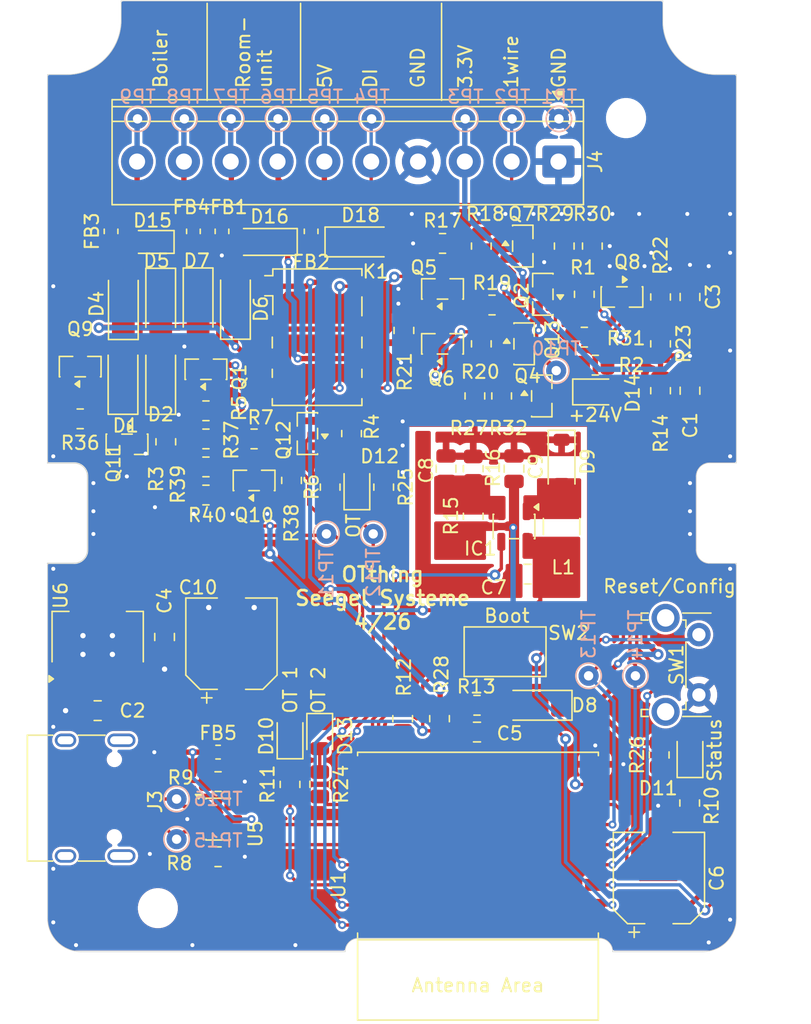
<source format=kicad_pcb>
(kicad_pcb (version 20241229) (generator "pcbnew") (generator_version "9.0")
  (title_block (title "OTthing") (rev "4/26") (company "Seegel Systeme"))
  (layers (0 "F.Cu" signal) (2 "B.Cu" signal) (13 "F.Paste" user) (15 "B.Paste" user) (5 "F.SilkS" user "F.Silkscreen") (7 "B.SilkS" user "B.Silkscreen") (1 "F.Mask" user) (3 "B.Mask" user) (25 "Edge.Cuts" user))
  (net 0 "")
  (net 1 "Net-(D1-K)")
  (net 2 "Net-(D1-A)")
  (net 3 "Net-(D18-A)")
  (net 4 "Net-(D4-K)")
  (net 5 "Net-(D15-A2)")
  (net 6 "Net-(D15-A1)")
  (net 7 "/OpenTherm interface/OTMASTER_B")
  (net 8 "/OpenTherm interface/OTSLAVE_B")
  (net 10 "+5V")
  (net 13 "/DQ")
  (net 14 "/SW")
  (net 15 "/EN24")
  (net 16 "+3.3V")
  (net 17 "/EN")
  (net 18 "Net-(J3-CC1)")
  (net 19 "Net-(J3-CC2)")
  (net 20 "Net-(IC1-FB)")
  (net 21 "Net-(D9-A)")
  (net 22 "+24V")
  (net 23 "Net-(Q4-C)")
  (net 24 "/OpenTherm interface/OTMASTER_A")
  (net 25 "/OpenTherm interface/OTSLAVE_A")
  (net 26 "Net-(Q7-C)")
  (net 27 "Net-(U1-GPIO8)")
  (net 28 "Net-(D16-K)")
  (net 29 "Net-(Q5-C)")
  (net 30 "Net-(Q1-E)")
  (net 31 "Net-(Q1-C)")
  (net 32 "Net-(Q2-C)")
  (net 33 "Net-(U1-GPIO2{slash}ADC1_CH2)")
  (net 34 "Net-(U1-GPIO9)")
  (net 35 "Net-(D10-K)")
  (net 36 "/CFG")
  (net 37 "Net-(D11-K)")
  (net 38 "Net-(J3-D+-PadA6)")
  (net 39 "Net-(J3-D--PadA7)")
  (net 40 "/DM")
  (net 41 "/DP")
  (net 42 "Net-(Q2-E)")
  (net 43 "Net-(Q5-E)")
  (net 44 "Net-(Q5-B)")
  (net 45 "Net-(Q7-B)")
  (net 46 "Net-(Q8-B)")
  (net 47 "/OTS_RX")
  (net 48 "Net-(Q9-B)")
  (net 49 "Net-(Q10-B)")
  (net 50 "/OTM_RX")
  (net 51 "Net-(Q11-C)")
  (net 52 "Net-(Q11-B)")
  (net 53 "Net-(Q12-B)")
  (net 54 "/OTS_TX")
  (net 55 "/REL")
  (net 56 "Net-(K1-Pad2)")
  (net 57 "GND")
  (net 58 "/OTM_TX")
  (net 59 "Net-(D12-K)")
  (net 60 "Net-(U1-GPIO21{slash}U0TXD)")
  (net 61 "Net-(D13-A)")
  (net 62 "Net-(U1-GPIO5{slash}ADC2_CH0)")
  (net 63 "Net-(D14-A)")
  (net 64 "Net-(D14-K)")
  (net 65 "Net-(Q13-B)")
  (net 66 "Net-(U5-VBUS)")
  (footprint "Diode_SMD:D_MiniMELF" (layer "F.Cu") (at 120.936 102.61 90)
    (property "Reference" "D1")
    (property "Value" "ZMM4V3")
  )
  (footprint "Diode_SMD:D_MiniMELF" (layer "F.Cu") (at 123.755 102.6155 90)
    (property "Reference" "D2")
    (property "Value" "ZMM15")
  )
  (footprint "Diode_SMD:D_MiniMELF" (layer "F.Cu") (at 129.343 97.004 90)
    (property "Reference" "D6")
    (property "Value" "LL4148")
  )
  (footprint "Diode_SMD:D_MiniMELF" (layer "F.Cu") (at 126.549 97.004 -90)
    (property "Reference" "D7")
    (property "Value" "LL4148")
  )
  (footprint "Resistor_SMD:R_0805_2012Metric" (layer "F.Cu") (at 124.136 107.3225 90)
    (property "Reference" "R3")
    (property "Value" "18k")
  )
  (footprint "Resistor_SMD:R_0805_2012Metric" (layer "F.Cu") (at 138.0235 106.71 -90)
    (property "Reference" "R4")
    (property "Value" "4k7")
  )
  (footprint "Resistor_SMD:R_0805_2012Metric" (layer "F.Cu") (at 130.736 107.11)
    (property "Reference" "R7")
    (property "Value" "330")
  )
  (footprint "MountingHole:MountingHole_2.5mm" (layer "F.Cu") (at 158.542936 83.151)
    (property "Reference" "H1" (hide yes))
    (property "Value" "MountingHole")
  )
  (footprint "Package_TO_SOT_SMD:SOT-23" (layer "F.Cu") (at 127.136 101.91 90)
    (property "Reference" "Q1")
    (property "Value" "BC857C")
  )
  (footprint "Diode_SMD:D_MiniMELF" (layer "F.Cu") (at 120.961 97.0275 90)
    (property "Reference" "D4")
    (property "Value" "LL4148")
  )
  (footprint "Resistor_SMD:R_0805_2012Metric" (layer "F.Cu") (at 127.136 105.01 180)
    (property "Reference" "R5")
    (property "Value" "470")
  )
  (footprint "Diode_SMD:D_MiniMELF" (layer "F.Cu") (at 123.755 97.0275 -90)
    (property "Reference" "D5")
    (property "Value" "LL4148")
  )
  (footprint "Capacitor_SMD:C_0805_2012Metric" (layer "F.Cu") (at 124.042936 121.901 -90)
    (property "Reference" "C4")
    (property "Value" "10µ")
  )
  (footprint "Connector_USB:USB_C_Receptacle_HRO_TYPE-C-31-M-12" (layer "F.Cu") (at 117.688436 133.934 -90)
    (property "Reference" "J3")
    (property "Value" "USB_C_Receptacle_USB2.0")
  )
  (footprint "Diode_SMD:D_SOD-323" (layer "F.Cu") (at 123.142936 92.401 180)
    (property "Reference" "D15")
    (property "Value" "PESD24VL1BA")
  )
  (footprint "Diode_SMD:D_MiniMELF" (layer "F.Cu") (at 138.7 92.4)
    (property "Reference" "D18")
    (property "Value" "LL4148")
  )
  (footprint "Resistor_SMD:R_0805_2012Metric" (layer "F.Cu") (at 147.242936 103.901 -90)
    (property "Reference" "R27")
    (property "Value" "33k")
  )
  (footprint "Resistor_SMD:R_0805_2012Metric" (layer "F.Cu") (at 141.842936 128.001 -90)
    (property "Reference" "R28")
    (property "Value" "12k")
  )
  (footprint "Resistor_SMD:R_0805_2012Metric" (layer "F.Cu") (at 127.136 111.3)
    (property "Reference" "R40")
    (property "Value" "4k7")
  )
  (footprint "Resistor_SMD:R_0805_2012Metric" (layer "F.Cu") (at 144.8235 92.51 180)
    (property "Reference" "R17")
    (property "Value" "6k8")
  )
  (footprint "LED_SMD:LED_0805_2012Metric" (layer "F.Cu") (at 133.4235 129.31 90)
    (property "Reference" "D10")
    (property "Value" "RD")
  )
  (footprint "Capacitor_SMD:C_0805_2012Metric" (layer "F.Cu") (at 147.4 129 180)
    (property "Reference" "C5")
    (property "Value" "10µ")
  )
  (footprint "Resistor_SMD:R_0805_2012Metric" (layer "F.Cu") (at 127.136 107.11 180)
    (property "Reference" "R37")
    (property "Value" "10k")
  )
  (footprint "Resistor_SMD:R_0805_2012Metric" (layer "F.Cu") (at 148.5235 97.11)
    (property "Reference" "R19")
    (property "Value" "39")
  )
  (footprint "Package_TO_SOT_SMD:SOT-23" (layer "F.Cu") (at 150.9235 100.01)
    (property "Reference" "Q4")
    (property "Value" "BC857C")
  )
  (footprint "Resistor_SMD:R_0805_2012Metric" (layer "F.Cu") (at 155.4235 96.31 -90)
    (property "Reference" "R1")
    (property "Value" "4k7")
  )
  (footprint "Resistor_SMD:R_0805_2012Metric" (layer "F.Cu") (at 140.4235 110.71 -90)
    (property "Reference" "R25")
    (property "Value" "12k")
  )
  (footprint "MountingHole:MountingHole_2.5mm" (layer "F.Cu") (at 123.542936 142.151)
    (property "Reference" "H2" (hide yes))
    (property "Value" "MountingHole")
  )
  (footprint "Resistor_SMD:R_0805_2012Metric" (layer "F.Cu") (at 135.642936 132.901 -90)
    (property "Reference" "R24")
    (property "Value" "120")
  )
  (footprint "Resistor_SMD:R_0805_2012Metric" (layer "F.Cu") (at 149.242936 103.901 90)
    (property "Reference" "R32")
    (property "Value" "1k")
  )
  (footprint "Resistor_SMD:R_0805_2012Metric" (layer "F.Cu") (at 128.042936 132.701)
    (property "Reference" "R9")
    (property "Value" "5k1")
  )
  (footprint "Capacitor_SMD:C_0805_2012Metric" (layer "F.Cu") (at 119.042936 127.401 180)
    (property "Reference" "C2")
    (property "Value" "10µ")
  )
  (footprint "Diode_SMD:D_SOD-123" (layer "F.Cu") (at 131.6 92.4 180)
    (property "Reference" "D16")
    (property "Value" "PTVS24VS1UR")
  )
  (footprint "LED_SMD:LED_0805_2012Metric" (layer "F.Cu") (at 156.242936 103.601)
    (property "Reference" "D14")
    (property "Value" "YL")
  )
  (footprint "Package_TO_SOT_SMD:SOT-23" (layer "F.Cu") (at 152.3235 96.31 180)
    (property "Reference" "Q2")
    (property "Value" "BC847C")
  )
  (footprint "Inductor_SMD:L_0603_1608Metric" (layer "F.Cu") (at 120.042936 91.61 90)
    (property "Reference" "FB3")
    (property "Value" "~")
  )
  (footprint "Resistor_SMD:R_0805_2012Metric" (layer "F.Cu") (at 156.242936 101.601 180)
    (property "Reference" "R2")
    (property "Value" "120")
  )
  (footprint "Resistor_SMD:R_0805_2012Metric" (layer "F.Cu") (at 117.736 105.61)
    (property "Reference" "R36")
    (property "Value" "4k7")
  )
  (footprint "Package_TO_SOT_SMD:SOT-23" (layer "F.Cu") (at 144.8235 100.01 90)
    (property "Reference" "Q6")
    (property "Value" "BC857C")
  )
  (footprint "Package_TO_SOT_SMD:SOT-23-5" (layer "F.Cu") (at 150.1675 113.65 -90)
    (property "Reference" "IC1")
    (property "Value" "TPS61041")
  )
  (footprint "Resistor_SMD:R_0805_2012Metric" (layer "F.Cu") (at 144.6 128 90)
    (property "Reference" "R12")
    (property "Value" "3k3")
  )
  (footprint "Inductor_SMD:L_0603_1608Metric" (layer "F.Cu") (at 128.042936 130.501)
    (property "Reference" "FB5")
    (property "Value" "FerriteBead_Small")
  )
  (footprint "Package_TO_SOT_SMD:SOT-23" (layer "F.Cu") (at 158.236 96.51 -90)
    (property "Reference" "Q8")
    (property "Value" "BC847C")
  )
  (footprint "Package_TO_SOT_SMD:SOT-23" (layer "F.Cu") (at 152.242936 103.901)
    (property "Reference" "Q13")
    (property "Value" "BC847C")
  )
  (footprint "Resistor_SMD:R_0805_2012Metric" (layer "F.Cu") (at 147.7235 92.71 -90)
    (property "Reference" "R18")
    (property "Value" "22k")
  )
  (footprint "Package_TO_SOT_SMD:SOT-223-3_TabPin2" (layer "F.Cu") (at 119.042936 121.901 90)
    (property "Reference" "U6")
    (property "Value" "AMS1117-3.3")
  )
  (footprint "Capacitor_SMD:C_0805_2012Metric" (layer "F.Cu") (at 150.1675 109.332 -90)
    (property "Reference" "C9")
    (property "Value" "4µ7")
  )
  (footprint "Resistor_SMD:R_0805_2012Metric" (layer "F.Cu") (at 141.936 99.01 90)
    (property "Reference" "R21")
    (property "Value" "33k")
  )
  (footprint "Package_TO_SOT_SMD:SOT-23" (layer "F.Cu") (at 144.8235 95.91 90)
    (property "Reference" "Q5")
    (property "Value" "BC857C")
  )
  (footprint "Resistor_SMD:R_0805_2012Metric" (layer "F.Cu") (at 153.9235 92.71 -90)
    (property "Reference" "R29")
    (property "Value" "4k7")
  )
  (footprint "Resistor_SMD:R_0805_2012Metric" (layer "F.Cu") (at 147.7235 100.01 -90)
    (property "Reference" "R20")
    (property "Value" "100")
  )
  (footprint "Resistor_SMD:R_0805_2012Metric" (layer "F.Cu") (at 161.1235 103.51 90)
    (property "Reference" "R14")
    (property "Value" "3k3")
  )
  (footprint "Relay_SMD:Relay_DPDT_Omron_G6K-2F-Y" (layer "F.Cu") (at 135.436 99.51)
    (property "Reference" "K1")
    (property "Value" "G6K-2F-Y-5V")
  )
  (footprint "Package_TO_SOT_SMD:SOT-23" (layer "F.Cu") (at 121.236 107.51 -90)
    (property "Reference" "Q11")
    (property "Value" "BC857C")
  )
  (footprint "Resistor_SMD:R_0805_2012Metric" (layer "F.Cu") (at 147.1195 109.332 -90)
    (property "Reference" "R16")
    (property "Value" "220k")
  )
  (footprint "User:ESP32-C3-WROOM-02" (layer "F.Cu") (at 147.4735 137.51 180)
    (property "Reference" "U1")
    (property "Value" "ESP32-C3-WROOM-02")
  )
  (footprint "LED_SMD:LED_0805_2012Metric" (layer "F.Cu") (at 138.4235 110.71 90)
    (property "Reference" "D12")
    (property "Value" "YL")
  )
  (footprint "Resistor_SMD:R_0805_2012Metric" (layer "F.Cu") (at 156.0235 92.71 90)
    (property "Reference" "R30")
    (property "Value" "4k7")
  )
  (footprint "Resistor_SMD:R_0805_2012Metric" (layer "F.Cu") (at 128.042936 138.31)
    (property "Reference" "R8")
    (property "Value" "5k1")
  )
  (footprint "Resistor_SMD:R_0805_2012Metric" (layer "F.Cu") (at 161.0235 130.71 90)
    (property "Reference" "R26")
    (property "Value" "12k")
  )
  (footprint "Package_TO_SOT_SMD:SOT-23" (layer "F.Cu") (at 117.736 101.71 90)
    (property "Reference" "Q9")
    (property "Value" "BC847C")
  )
  (footprint "Capacitor_SMD:C_0805_2012Metric" (layer "F.Cu") (at 151.1835 117.206 180)
    (property "Reference" "C7")
    (property "Value" "4µ7")
  )
  (footprint "Package_TO_SOT_SMD:SOT-23" (layer "F.Cu") (at 134.7235 106.71 180)
    (property "Reference" "Q12")
    (property "Value" "BC847C")
  )
  (footprint "Resistor_SMD:R_0805_2012Metric" (layer "F.Cu") (at 155.4235 99.51 180)
    (property "Reference" "R31")
    (property "Value" "4k7")
  )
  (footprint "Resistor_SMD:R_0805_2012Metric" (layer "F.Cu") (at 147.1195 112.888 -90)
    (property "Reference" "R15")
    (property "Value" "12k")
  )
  (footprint "Capacitor_SMD:CP_Elec_6.3x7.7" (layer "F.Cu") (at 129.042936 122.401 90)
    (property "Reference" "C10")
    (property "Value" "470µ")
  )
  (footprint "Resistor_SMD:R_0805_2012Metric" (layer "F.Cu") (at 133.536 110.21 -90)
    (property "Reference" "R38")
    (property "Value" "4k7")
  )
  (footprint "Button_Switch_SMD:SW_SPST_CK_RS282G05A3" (layer "F.Cu") (at 149.5 123 180)
    (property "Reference" "SW2")
    (property "Value" "BOOT")
  )
  (footprint "Diode_SMD:D_SOD-123" (layer "F.Cu") (at 153.7235 108.824 -90)
    (property "Reference" "D9")
    (property "Value" "MBR0540")
  )
  (footprint "Diode_SMD:D_MiniMELF" (layer "F.Cu") (at 151.842936 127.001 180)
    (property "Reference" "D8")
    (property "Value" "LL4148")
  )
  (footprint "LED_SMD:LED_0805_2012Metric" (layer "F.Cu") (at 163.3235 130.71 90)
    (property "Reference" "D11")
    (property "Value" "GN")
  )
  (footprint "Resistor_SMD:R_0805_2012Metric" (layer "F.Cu") (at 136.4235 110.71 -90)
    (property "Reference" "R6")
    (property "Value" "120")
  )
  (footprint "Inductor_SMD:L_0603_1608Metric" (layer "F.Cu") (at 126.2 91.61 90)
    (property "Reference" "FB4")
    (property "Value" "~")
  )
  (footprint "Inductor_SMD:L_0603_1608Metric" (layer "F.Cu") (at 135 91.61 90)
    (property "Reference" "FB2")
    (property "Value" "~")
  )
  (footprint "TerminalBlock_Phoenix:TerminalBlock_Phoenix_PT-1,5-10-3.5-H_1x10_P3.50mm_Horizontal" (layer "F.Cu") (at 153.488936 86.398 180)
    (property "Reference" "J4")
    (property "Value" "~")
  )
  (footprint "Capacitor_SMD:C_0805_2012Metric" (layer "F.Cu") (at 163.3235 103.51 90)
    (property "Reference" "C1")
    (property "Value" "470pF")
  )
  (footprint "Button_Switch_THT:SW_Tactile_SPST_Angled_PTS645Vx83-2LFS" (layer "F.Cu") (at 163.99 121.725 -90)
    (property "Reference" "SW1")
    (property "Value" "RST/CONFIG")
  )
  (footprint "Inductor_SMD:L_0603_1608Metric" (layer "F.Cu") (at 128.336 91.61 90)
    (property "Reference" "FB1")
    (property "Value" "~")
  )
  (footprint "Package_TO_SOT_SMD:SOT-23-6" (layer "F.Cu") (at 128.042936 135.501)
    (property "Reference" "U5")
    (property "Value" "USBLC6-2SC6")
  )
  (footprint "Resistor_SMD:R_0805_2012Metric" (layer "F.Cu") (at 147.4 127 180)
    (property "Reference" "R13")
    (property "Value" "33k")
  )
  (footprint "Package_TO_SOT_SMD:SOT-23" (layer "F.Cu") (at 130.736 110.21 90)
    (property "Reference" "Q10")
    (property "Value" "BC847C")
  )
  (footprint "Capacitor_SMD:CP_Elec_6.3x5.4" (layer "F.Cu") (at 161 139.9 90)
    (property "Reference" "C6")
    (property "Value" "100µ")
  )
  (footprint "Package_TO_SOT_SMD:SOT-23" (layer "F.Cu") (at 150.8235 92.71)
    (property "Reference" "Q7")
    (property "Value" "BC857C")
  )
  (footprint "Capacitor_SMD:C_0805_2012Metric" (layer "F.Cu") (at 145.0875 109.332 -90)
    (property "Reference" "C8")
    (property "Value" "22pF")
  )
  (footprint "Resistor_SMD:R_0805_2012Metric" (layer "F.Cu") (at 161.1235 96.51 -90)
    (property "Reference" "R22")
    (property "Value" "330")
  )
  (footprint "LED_SMD:LED_0805_2012Metric" (layer "F.Cu") (at 135.642936 129.301 -90)
    (property "Reference" "D13")
    (property "Value" "GN")
  )
  (footprint "Resistor_SMD:R_0805_2012Metric" (layer "F.Cu") (at 133.4235 132.91 90)
    (property "Reference" "R11")
    (property "Value" "120")
  )
  (footprint "Capacitor_SMD:C_0805_2012Metric" (layer "F.Cu") (at 163.3235 96.51 90)
    (property "Reference" "C3")
    (property "Value" "470pF")
  )
  (footprint "Inductor_SMD:L_1210_3225Metric" (layer "F.Cu") (at 153.7235 113.65 90)
    (property "Reference" "L1")
    (property "Value" "10µ")
  )
  (footprint "Resistor_SMD:R_0805_2012Metric" (layer "F.Cu") (at 127.136 109.2 180)
    (property "Reference" "R39")
    (property "Value" "4k7")
  )
  (footprint "Resistor_SMD:R_0805_2012Metric" (layer "F.Cu") (at 161.1235 100.01 -90)
    (property "Reference" "R23")
    (property "Value" "3k3")
  )
  (footprint "Resistor_SMD:R_0805_2012Metric" (layer "F.Cu") (at 163.3 134.3 90)
    (property "Reference" "R10")
    (property "Value" "120")
  )
  (footprint "TestPoint:TestPoint_THTPad_D1.5mm_Drill0.7mm" (layer "B.Cu") (at 150.0235 83.21 180)
    (property "Reference" "TP2")
    (property "Value" "~")
  )
  (footprint "TestPoint:TestPoint_THTPad_D1.5mm_Drill0.7mm" (layer "B.Cu") (at 139.642936 114.201 180)
    (property "Reference" "TP12")
    (property "Value" "~")
  )
  (footprint "TestPoint:TestPoint_THTPad_D1.5mm_Drill0.7mm" (layer "B.Cu") (at 132.5235 83.21 180)
    (property "Reference" "TP6")
    (property "Value" "~")
  )
  (footprint "TestPoint:TestPoint_THTPad_D1.5mm_Drill0.7mm" (layer "B.Cu") (at 129.0235 83.21 180)
    (property "Reference" "TP7")
    (property "Value" "~")
  )
  (footprint "TestPoint:TestPoint_THTPad_D1.5mm_Drill0.7mm" (layer "B.Cu") (at 125.5235 83.21 180)
    (property "Reference" "TP8")
    (property "Value" "~")
  )
  (footprint "TestPoint:TestPoint_THTPad_D1.5mm_Drill0.7mm" (layer "B.Cu") (at 136.0235 83.21 180)
    (property "Reference" "TP5")
    (property "Value" "~")
  )
  (footprint "TestPoint:TestPoint_THTPad_D1.5mm_Drill0.7mm" (layer "B.Cu") (at 153.5235 83.21 180)
    (property "Reference" "TP1")
    (property "Value" "~")
  )
  (footprint "TestPoint:TestPoint_THTPad_D1.5mm_Drill0.7mm" (layer "B.Cu") (at 155.742936 124.801 180)
    (property "Reference" "TP13")
    (property "Value" "~")
  )
  (footprint "TestPoint:TestPoint_THTPad_D1.5mm_Drill0.7mm" (layer "B.Cu") (at 124.942936 137.001 180)
    (property "Reference" "TP15")
    (property "Value" "~")
  )
  (footprint "TestPoint:TestPoint_THTPad_D1.5mm_Drill0.7mm" (layer "B.Cu") (at 159.242936 124.801 180)
    (property "Reference" "TP14")
    (property "Value" "~")
  )
  (footprint "TestPoint:TestPoint_THTPad_D1.5mm_Drill0.7mm" (layer "B.Cu") (at 122.0235 83.21 180)
    (property "Reference" "TP9")
    (property "Value" "~")
  )
  (footprint "TestPoint:TestPoint_THTPad_D1.5mm_Drill0.7mm" (layer "B.Cu") (at 153.3235 102.01 180)
    (property "Reference" "TP10")
    (property "Value" "~")
  )
  (footprint "TestPoint:TestPoint_THTPad_D1.5mm_Drill0.7mm" (layer "B.Cu") (at 146.5235 83.21 180)
    (property "Reference" "TP3")
    (property "Value" "~")
  )
  (footprint "TestPoint:TestPoint_THTPad_D1.5mm_Drill0.7mm" (layer "B.Cu") (at 124.942936 134.001 180)
    (property "Reference" "TP16")
    (property "Value" "~")
  )
  (footprint "TestPoint:TestPoint_THTPad_D1.5mm_Drill0.7mm" (layer "B.Cu") (at 139.5235 83.21 180)
    (property "Reference" "TP4")
    (property "Value" "~")
  )
  (footprint "TestPoint:TestPoint_THTPad_D1.5mm_Drill0.7mm" (layer "B.Cu") (at 136.142936 114.201 180)
    (property "Reference" "TP11")
    (property "Value" "~")
  )
  (gr_line (start 127.225936 81.826) (end 127.225936 74.587) (stroke (width 0.12)) (layer "F.SilkS"))
  (gr_line (start 134.210936 81.826) (end 134.210936 74.587) (stroke (width 0.12)) (layer "F.SilkS"))
  (gr_line (start 144.751936 81.826) (end 144.751936 74.587) (stroke (width 0.12)) (layer "F.SilkS"))
  (gr_line (start 163.792936 115.401) (end 163.792936 109.901) (stroke (width 0.05)) (layer "Edge.Cuts"))
  (gr_line (start 115.292936 108.901) (end 117.292936 108.901) (stroke (width 0.1)) (layer "Edge.Cuts"))
  (gr_arc (start 164.792936 116.401) (mid 164.085824 116.108112) (end 163.792936 115.401) (stroke (width 0.05)) (layer "Edge.Cuts"))
  (gr_line (start 138.542936 144.401) (end 156.542936 144.401) (stroke (width 0.05)) (layer "Edge.Cuts"))
  (gr_arc (start 118.292936 115.401) (mid 118.000043 116.108107) (end 117.292936 116.401) (stroke (width 0.1)) (layer "Edge.Cuts"))
  (gr_line (start 117.292936 116.401) (end 115.292936 116.401) (stroke (width 0.1)) (layer "Edge.Cuts"))
  (gr_line (start 165.292936 79.901) (end 166.792936 79.901) (stroke (width 0.05)) (layer "Edge.Cuts"))
  (gr_arc (start 163.792936 109.901) (mid 164.085824 109.193888) (end 164.792936 108.901) (stroke (width 0.05)) (layer "Edge.Cuts"))
  (gr_line (start 166.792936 79.901) (end 166.792936 108.901) (stroke (width 0.05)) (layer "Edge.Cuts"))
  (gr_arc (start 117.292936 108.901) (mid 118.000043 109.193893) (end 118.292936 109.901) (stroke (width 0.1)) (layer "Edge.Cuts"))
  (gr_line (start 118.292936 115.401) (end 118.292936 109.901) (stroke (width 0.1)) (layer "Edge.Cuts"))
  (gr_arc (start 120.792936 75.901) (mid 119.598706 78.707512) (end 116.792198 79.901752) (stroke (width 0.05)) (layer "Edge.Cuts"))
  (gr_arc (start 156.542936 144.401) (mid 157.250043 144.693893) (end 157.542936 145.401) (stroke (width 0.05)) (layer "Edge.Cuts"))
  (gr_line (start 120.792936 74.401) (end 120.792936 75.901) (stroke (width 0.05)) (layer "Edge.Cuts"))
  (gr_line (start 115.292936 79.901) (end 116.792198 79.901752) (stroke (width 0.05)) (layer "Edge.Cuts"))
  (gr_arc (start 137.542936 145.401) (mid 137.835829 144.693893) (end 138.542936 144.401) (stroke (width 0.05)) (layer "Edge.Cuts"))
  (gr_arc (start 117.792936 145.401) (mid 116.025169 144.668767) (end 115.292936 142.901) (stroke (width 0.05)) (layer "Edge.Cuts"))
  (gr_line (start 166.792936 142.901) (end 166.792936 116.401) (stroke (width 0.05)) (layer "Edge.Cuts"))
  (gr_line (start 115.292936 108.901) (end 115.292936 79.901) (stroke (width 0.05)) (layer "Edge.Cuts"))
  (gr_line (start 117.792936 145.401) (end 137.542936 145.401) (stroke (width 0.05)) (layer "Edge.Cuts"))
  (gr_line (start 161.292936 74.401) (end 161.292936 75.901) (stroke (width 0.05)) (layer "Edge.Cuts"))
  (gr_line (start 115.292936 116.401) (end 115.292936 142.901) (stroke (width 0.05)) (layer "Edge.Cuts"))
  (gr_line (start 157.542936 145.401) (end 164.292936 145.401) (stroke (width 0.05)) (layer "Edge.Cuts"))
  (gr_arc (start 166.792936 142.901) (mid 166.060703 144.668767) (end 164.292936 145.401) (stroke (width 0.05)) (layer "Edge.Cuts"))
  (gr_line (start 166.792936 108.901) (end 164.792936 108.901) (stroke (width 0.05)) (layer "Edge.Cuts"))
  (gr_line (start 164.792936 116.401) (end 166.792936 116.401) (stroke (width 0.05)) (layer "Edge.Cuts"))
  (gr_line (start 120.792936 74.401) (end 161.292936 74.401) (stroke (width 0.05)) (layer "Edge.Cuts"))
  (gr_arc (start 165.292936 79.901) (mid 162.464503 78.729432) (end 161.292936 75.901) (stroke (width 0.05)) (layer "Edge.Cuts"))
  (gr_text "OT 1" (at 134.0235 127.71 90) (layer "F.SilkS") (effects (font (size 1 1)) (justify left bottom)))
  (gr_text "Room-\nunit" (at 130.736 81.01 90) (layer "F.SilkS") (effects (font (size 1 1)) (justify left)))
  (gr_text "OT 2" (at 136.1235 127.725 90) (layer "F.SilkS") (effects (font (size 1 1)) (justify left bottom)))
  (gr_text "DI" (at 139.417936 81.01 90) (layer "F.SilkS") (effects (font (size 1 1)) (justify left)))
  (gr_text "Boiler" (at 123.736 81.01 90) (layer "F.SilkS") (effects (font (size 1 1)) (justify left)))
  (gr_text "${TITLE}\n${COMPANY}\n${REVISION}" (at 140.342936 119.001 0) (layer "F.SilkS") (effects (font (size 1.1 1.1) (thickness 0.2) (bold yes))))
  (gr_text "GND" (at 153.514936 81.01 90) (layer "F.SilkS") (effects (font (size 1 1)) (justify left)))
  (gr_text "Reset/Config" (at 156.742936 118.701 0) (layer "F.SilkS") (effects (font (size 1 1)) (justify left bottom)))
  (gr_text "+24V" (at 154.142936 105.901 0) (layer "F.SilkS") (effects (font (size 1 1)) (justify left bottom)))
  (gr_text "1wire" (at 149.958936 81.01 90) (layer "F.SilkS") (effects (font (size 1 1)) (justify left)))
  (gr_text "OT" (at 138.742936 114.601 90) (layer "F.SilkS") (effects (font (size 1 1)) (justify left bottom)))
  (gr_text "Status" (at 165.742936 132.801 90) (layer "F.SilkS") (effects (font (size 1 1)) (justify left bottom)))
  (gr_text "5V" (at 136.036 81.01 90) (layer "F.SilkS") (effects (font (size 1 1)) (justify left)))
  (gr_text "3.3V" (at 146.529936 81.01 90) (layer "F.SilkS") (effects (font (size 1 1)) (justify left)))
  (gr_text "GND" (at 142.973936 81.01 90) (layer "F.SilkS") (effects (font (size 1 1)) (justify left)))
  (gr_text "Boot" (at 147.842936 120.901 0) (layer "F.SilkS") (effects (font (size 1 1)) (justify left bottom)))
  (segment (start 123.755 104.3655) (end 125.579 104.3655) (width 0.4) (layer "F.Cu") (net 1))
  (segment (start 120.936 104.36) (end 123.7495 104.36) (width 0.4) (layer "F.Cu") (net 1))
  (segment (start 126.186 102.8475) (end 126.186 104.9725) (width 0.4) (layer "F.Cu") (net 1))
  (segment (start 125.579 104.3655) (end 126.2235 105.01) (width 0.4) (layer "F.Cu") (net 1))
  (segment (start 126.186 104.9725) (end 126.2235 105.01) (width 0.4) (layer "F.Cu") (net 1))
  (segment (start 123.7495 104.36) (end 123.755 104.3655) (width 0.4) (layer "F.Cu") (net 1))
  (segment (start 120.936 100.86) (end 118.0235 100.86) (width 0.4) (layer "F.Cu") (net 2))
  (segment (start 118.0235 100.86) (end 117.936 100.7725) (width 0.4) (layer "F.Cu") (net 2))
  (segment (start 135.7235 103.31) (end 137.136 103.31) (width 0.25) (layer "F.Cu") (net 3))
  (segment (start 133.786 105.2475) (end 135.7235 103.31) (width 0.25) (layer "F.Cu") (net 3))
  (segment (start 133.786 106.71) (end 133.786 105.2475) (width 0.25) (layer "F.Cu") (net 3))
  (segment (start 140.35 93.496) (end 138.936 94.91) (width 0.4) (layer "F.Cu") (net 3))
  (segment (start 140.35 92.4) (end 140.35 93.496) (width 0.4) (layer "F.Cu") (net 3))
  (segment (start 137.136 95.71) (end 138.936 95.71) (width 0.25) (layer "F.Cu") (net 3))
  (segment (start 138.936 94.91) (end 138.936 95.71) (width 0.4) (layer "F.Cu") (net 3))
  (via (at 137.136 95.71) (size 0.8) (drill 0.4) (layers "F.Cu" "B.Cu") (net 3))
  (via (at 137.136 103.31) (size 0.6) (drill 0.3) (layers "F.Cu" "B.Cu") (net 3))
  (segment (start 137.136 103.31) (end 137.136 95.71) (width 0.25) (layer "B.Cu") (net 3))
  (segment (start 129.343 100.117) (end 129.343 98.754) (width 0.4) (layer "F.Cu") (net 4))
  (segment (start 119.1685 98.7775) (end 119.136 98.81) (width 0.4) (layer "F.Cu") (net 4))
  (segment (start 131.936 101.11) (end 130.336 101.11) (width 0.4) (layer "F.Cu") (net 4))
  (segment (start 129.186 98.754) (end 129.343 98.754) (width 0.4) (layer "F.Cu") (net 4))
  (segment (start 120.961 98.7775) (end 119.1685 98.7775) (width 0.4) (layer "F.Cu") (net 4))
  (segment (start 130.336 101.11) (end 129.343 100.117) (width 0.4) (layer "F.Cu") (net 4))
  (segment (start 129.37 98.727) (end 129.343 98.754) (width 0.4) (layer "F.Cu") (net 4))
  (via (at 129.336 100.21) (size 0.6) (drill 0.3) (layers "F.Cu" "B.Cu") (net 4))
  (via (at 119.136 98.81) (size 0.8) (drill 0.4) (layers "F.Cu" "B.Cu") (net 4))
  (segment (start 127.936 98.81) (end 129.336 100.21) (width 0.4) (layer "B.Cu") (net 4))
  (segment (start 119.136 98.81) (end 127.936 98.81) (width 0.4) (layer "B.Cu") (net 4))
  (segment (start 120.961 93.982936) (end 122.092936 92.851) (width 0.4) (layer "F.Cu") (net 5))
  (segment (start 122.089436 92.3975) (end 122.092936 92.401) (width 0.4) (layer "F.Cu") (net 5))
  (segment (start 120.961 95.2775) (end 123.755 95.2775) (width 0.4) (layer "F.Cu") (net 5))
  (segment (start 120.961 95.2775) (end 120.961 93.982936) (width 0.4) (layer "F.Cu") (net 5))
  (segment (start 122.092936 92.851) (end 122.092936 92.401) (width 0.4) (layer "F.Cu") (net 5))
  (segment (start 120.042936 92.3975) (end 122.089436 92.3975) (width 0.4) (layer "F.Cu") (net 5))
  (segment (start 126.1965 92.401) (end 126.2 92.3975) (width 0.25) (layer "F.Cu") (net 6))
  (segment (start 126.549 95.254) (end 126.549 94.907064) (width 0.4) (layer "F.Cu") (net 6))
  (segment (start 124.192936 92.401) (end 126.1965 92.401) (width 0.4) (layer "F.Cu") (net 6))
  (segment (start 129.343 95.254) (end 126.549 95.254) (width 0.4) (layer "F.Cu") (net 6))
  (segment (start 124.192936 92.401) (end 124.192936 92.897936) (width 0.4) (layer "F.Cu") (net 6))
  (segment (start 124.192936 92.897936) (end 126.549 95.254) (width 0.4) (layer "F.Cu") (net 6))
  (segment (start 126.2 92.3975) (end 126.336 92.3975) (width 0.25) (layer "F.Cu") (net 6))
  (segment (start 126.2 90.8225) (end 126.2 89.374) (width 0.4) (layer "F.Cu") (net 7))
  (segment (start 126.2 89.374) (end 125.488936 88.662936) (width 0.4) (layer "F.Cu") (net 7))
  (segment (start 125.488936 88.662936) (end 125.488936 86.398) (width 0.4) (layer "F.Cu") (net 7))
  (segment (start 125.488936 83.244564) (end 125.5235 83.21) (width 0.4) (layer "B.Cu") (net 7))
  (segment (start 125.488936 86.398) (end 125.488936 83.244564) (width 0.4) (layer "B.Cu") (net 7))
  (segment (start 132.536 86.445064) (end 132.536 87.736) (width 0.4) (layer "F.Cu") (net 8))
  (segment (start 135 90.2) (end 135 90.8225) (width 0.4) (layer "F.Cu") (net 8))
  (segment (start 132.488936 86.398) (end 132.536 86.445064) (width 0.4) (layer "F.Cu") (net 8))
  (segment (start 132.536 87.736) (end 135 90.2) (width 0.4) (layer "F.Cu") (net 8))
  (segment (start 132.488936 86.398) (end 132.488936 83.244564) (width 0.4) (layer "B.Cu") (net 8))
  (segment (start 132.488936 83.244564) (end 132.5235 83.21) (width 0.4) (layer "B.Cu") (net 8))
  (segment (start 132.488936 86.962) (end 132.488936 86.398) (width 0.4) (layer "B.Cu") (net 8))
  (segment (start 128.830436 130.501) (end 128.830436 130.701) (width 0.4) (layer "F.Cu") (net 10))
  (segment (start 152.1335 119.1665) (end 152.1335 117.206) (width 0.3) (layer "F.Cu") (net 10))
  (segment (start 128.830436 129.001) (end 128.830436 130.501) (width 0.4) (layer "F.Cu") (net 10))
  (segment (start 135.48375 95.41625) (end 137.05 93.85) (width 0.4) (layer "F.Cu") (net 10))
  (segment (start 133.1325 125.101) (end 129.042936 125.101) (width 0.4) (layer "F.Cu") (net 10))
  (segment (start 131.936 95.71) (end 134.636 95.71) (width 0.4) (layer "F.Cu") (net 10))
  (segment (start 135.988936 88.388936) (end 135.988936 86.398) (width 0.4) (layer "F.Cu") (net 10))
  (segment (start 119.992936 127.401) (end 123.742936 127.401) (width 0.4) (layer "F.Cu") (net 10))
  (segment (start 136.442936 118.31) (end 136.442936 121.790564) (width 0.4) (layer "F.Cu") (net 10))
  (segment (start 137.05 93.85) (end 137.05 89.45) (width 0.4) (layer "F.Cu") (net 10))
  (segment (start 137.05 89.45) (end 135.988936 88.388936) (width 0.4) (layer "F.Cu") (net 10))
  (segment (start 134.92975 95.41625) (end 135.48375 95.41625) (width 0.4) (layer "F.Cu") (net 10))
  (segment (start 123.742936 127.401) (end 126.042936 125.101) (width 0.4) (layer "F.Cu") (net 10))
  (segment (start 128.992936 125.051) (end 129.042936 125.101) (width 0.4) (layer "F.Cu") (net 10))
  (segment (start 129.042936 128.7885) (end 128.830436 129.001) (width 0.4) (layer "F.Cu") (net 10))
  (segment (start 121.342936 125.051) (end 121.342936 125.301) (width 0.4) (layer "F.Cu") (net 10))
  (segment (start 119.992936 126.651) (end 119.992936 127.401) (width 0.4) (layer "F.Cu") (net 10))
  (segment (start 134.636 95.71) (end 134.92975 95.41625) (width 0.4) (layer "F.Cu") (net 10))
  (segment (start 126.042936 125.101) (end 129.042936 125.101) (width 0.4) (layer "F.Cu") (net 10))
  (segment (start 121.342936 125.301) (end 119.992936 126.651) (width 0.4) (layer "F.Cu") (net 10))
  (segment (start 129.042936 125.101) (end 129.042936 128.7885) (width 0.4) (layer "F.Cu") (net 10))
  (segment (start 136.442936 121.790564) (end 133.1325 125.101) (width 0.4) (layer "F.Cu") (net 10))
  (segment (start 143.342936 119.901) (end 151.399 119.901) (width 0.3) (layer "F.Cu") (net 10))
  (segment (start 151.399 119.901) (end 152.1335 119.1665) (width 0.3) (layer "F.Cu") (net 10))
  (via (at 134.92975 95.41625) (size 0.6) (drill 0.3) (layers "F.Cu" "B.Cu") (net 10))
  (via (at 143.342936 119.901) (size 0.8) (drill 0.4) (layers "F.Cu" "B.Cu") (net 10))
  (via (at 136.442936 118.31) (size 0.6) (drill 0.3) (layers "F.Cu" "B.Cu") (net 10))
  (segment (start 143.342936 119.901) (end 139.342936 119.901) (width 0.3) (layer "B.Cu") (net 10))
  (segment (start 135.8235 118.31) (end 134.9235 117.41) (width 0.3) (layer "B.Cu") (net 10))
  (segment (start 135.988936 83.244564) (end 136.0235 83.21) (width 0.4) (layer "B.Cu") (net 10))
  (segment (start 134.9235 95.4225) (end 134.92975 95.41625) (width 0.3) (layer "B.Cu") (net 10))
  (segment (start 136.442936 118.31) (end 135.8235 118.31) (width 0.3) (layer "B.Cu") (net 10))
  (segment (start 135.988936 86.398) (end 135.988936 83.244564) (width 0.4) (layer "B.Cu") (net 10))
  (segment (start 134.9235 117.41) (end 134.9235 95.4225) (width 0.3) (layer "B.Cu") (net 10))
  (segment (start 139.342936 119.901) (end 137.751936 118.31) (width 0.3) (layer "B.Cu") (net 10))
  (segment (start 137.751936 118.31) (end 136.442936 118.31) (width 0.3) (layer "B.Cu") (net 10))
  (segment (start 156.2235 140.41) (end 157.5235 140.41) (width 0.25) (layer "F.Cu") (net 13))
  (segment (start 163.286 104.4225) (end 163.3235 104.46) (width 0.25) (layer "F.Cu") (net 13))
  (segment (start 161.142936 116.501) (end 161.142936 104.441936) (width 0.25) (layer "F.Cu") (net 13))
  (segment (start 166.042936 140.701) (end 164.442936 142.301) (width 0.25) (layer "F.Cu") (net 13))
  (segment (start 163.9735 104.46) (end 163.3235 104.46) (width 0.25) (layer "F.Cu") (net 13))
  (segment (start 149.988936 86.398) (end 149.988936 87.875436) (width 0.25) (layer "F.Cu") (net 13))
  (segment (start 149.988936 87.875436) (end 151.0235 88.91) (width 0.25) (layer "F.Cu") (net 13))
  (segment (start 161.1235 104.4225) (end 163.286 104.4225) (width 0.25) (layer "F.Cu") (net 13))
  (segment (start 151.0235 88.91) (end 160.4235 88.91) (width 0.25) (layer "F.Cu") (net 13))
  (segment (start 166.042936 121.401) (end 161.142936 116.501) (width 0.25) (layer "F.Cu") (net 13))
  (segment (start 160.4235 88.91) (end 165.4235 93.91) (width 0.25) (layer "F.Cu") (net 13))
  (segment (start 166.042936 121.401) (end 166.042936 140.701) (width 0.25) (layer "F.Cu") (net 13))
  (segment (start 161.142936 104.441936) (end 161.1235 104.4225) (width 0.25) (layer "F.Cu") (net 13))
  (segment (start 165.4235 103.01) (end 163.9735 104.46) (width 0.25) (layer "F.Cu") (net 13))
  (segment (start 165.4235 93.91) (end 165.4235 103.01) (width 0.25) (layer "F.Cu") (net 13))
  (via (at 164.442936 142.301) (size 0.8) (drill 0.4) (layers "F.Cu" "B.Cu") (net 13))
  (via (at 157.5235 140.41) (size 0.6) (drill 0.3) (layers "F.Cu" "B.Cu") (net 13))
  (segment (start 149.988936 83.244564) (end 150.0235 83.21) (width 0.25) (layer "B.Cu") (net 13))
  (segment (start 149.988936 86.398) (end 149.988936 83.244564) (width 0.25) (layer "B.Cu") (net 13))
  (segment (start 162.551936 140.41) (end 157.5235 140.41) (width 0.25) (layer "B.Cu") (net 13))
  (segment (start 164.442936 142.301) (end 162.551936 140.41) (width 0.25) (layer "B.Cu") (net 13))
  (segment (start 161.1235 92.91) (end 157.8235 89.61) (width 0.25) (layer "F.Cu") (net 14))
  (segment (start 139.488936 87.975436) (end 139.488936 86.398) (width 0.25) (layer "F.Cu") (net 14))
  (segment (start 161.1235 95.5975) (end 161.1235 92.91) (width 0.25) (layer "F.Cu") (net 14))
  (segment (start 141.1235 89.61) (end 139.488936 87.975436) (width 0.25) (layer "F.Cu") (net 14))
  (segment (start 157.8235 89.61) (end 141.1235 89.61) (width 0.25) (layer "F.Cu") (net 14))
  (segment (start 139.488936 86.398) (end 139.488936 83.244564) (width 0.25) (layer "B.Cu") (net 14))
  (segment (start 139.488936 83.244564) (end 139.5235 83.21) (width 0.25) (layer "B.Cu") (net 14))
  (segment (start 141.842936 125.901) (end 141.842936 127.0885) (width 0.25) (layer "F.Cu") (net 15))
  (segment (start 141.3 117.3) (end 141.3 125.358064) (width 0.25) (layer "F.Cu") (net 15))
  (segment (start 141.2115 127.0885) (end 140.042936 128.257064) (width 0.25) (layer "F.Cu") (net 15))
  (segment (start 138.7235 130.220436) (end 138.7235 131.41) (width 0.25) (layer "F.Cu") (net 15))
  (segment (start 140.042936 128.901) (end 138.7235 130.220436) (width 0.25) (layer "F.Cu") (net 15))
  (segment (start 140.042936 128.257064) (end 140.042936 128.901) (width 0.25) (layer "F.Cu") (net 15))
  (segment (start 141.3 125.358064) (end 141.842936 125.901) (width 0.25) (layer "F.Cu") (net 15))
  (segment (start 148.742936 117.265) (end 149.2175 116.790436) (width 0.25) (layer "F.Cu") (net 15))
  (segment (start 149.2175 116.790436) (end 149.2175 115) (width 0.25) (layer "F.Cu") (net 15))
  (segment (start 141.842936 127.0885) (end 141.2115 127.0885) (width 0.25) (layer "F.Cu") (net 15))
  (via (at 148.742936 117.265) (size 0.8) (drill 0.4) (layers "F.Cu" "B.Cu") (net 15))
  (via (at 141.3 117.3) (size 0.6) (drill 0.3) (layers "F.Cu" "B.Cu") (net 15))
  (segment (start 141.3 117.3) (end 141.6 117.3) (width 0.25) (layer "B.Cu") (net 15))
  (segment (start 141.6 117.3) (end 141.635 117.265) (width 0.25) (layer "B.Cu") (net 15))
  (segment (start 141.635 117.265) (end 148.742936 117.265) (width 0.25) (layer "B.Cu") (net 15))
  (segment (start 150.8235 94.71) (end 149.886 93.7725) (width 0.25) (layer "F.Cu") (net 16))
  (segment (start 144.6 127.0875) (end 146.4 127.0875) (width 0.4) (layer "F.Cu") (net 16))
  (segment (start 156.142936 127.101) (end 157.442936 125.801) (width 0.4) (layer "F.Cu") (net 16))
  (segment (start 144.642936 125.801) (end 144.642936 126.501) (width 0.4) (layer "F.Cu") (net 16))
  (segment (start 158.842936 129.801) (end 156.142936 127.101) (width 0.4) (layer "F.Cu") (net 16))
  (segment (start 160.942936 123.201) (end 159.942936 122.201) (width 0.4) (layer "F.Cu") (net 16))
  (segment (start 153.2235 98.81) (end 153.9235 99.51) (width 0.4) (layer "F.Cu") (net 16))
  (segment (start 153.261 98.5725) (end 153.2235 98.61) (width 0.25) (layer "F.Cu") (net 16))
  (segment (start 158.69 143.41) (end 159.39 142.71) (width 0.4) (layer "F.Cu") (net 16))
  (segment (start 137.2235 122.01) (end 137.2235 119.11) (width 0.25) (layer "F.Cu") (net 16))
  (segment (start 164.742936 140.490564) (end 164.742936 130.329436) (width 0.4) (layer "F.Cu") (net 16))
  (segment (start 161.02 129.801) (end 158.842936 129.801) (width 0.4) (layer "F.Cu") (net 16))
  (segment (start 162.4235 100.91) (end 161.136 100.91) (width 0.4) (layer "F.Cu") (net 16))
  (segment (start 123.992936 117.251) (end 125.542936 115.701) (width 0.4) (layer "F.Cu") (net 16))
  (segment (start 131.904064 115.701) (end 131.9235 115.681564) (width 0.4) (layer "F.Cu") (net 16))
  (segment (start 157.442936 125.801) (end 157.442936 125.401) (width 0.4) (layer "F.Cu") (net 16))
  (segment (start 154.511 100.781564) (end 155.330436 101.601) (width 0.4) (layer "F.Cu") (net 16))
  (segment (start 120.286 106.5725) (end 120.286 110.66) (width 0.25) (layer "F.Cu") (net 16))
  (segment (start 161.0235 129.7975) (end 163.2985 129.7975) (width 0.4) (layer "F.Cu") (net 16))
  (segment (start 125.542936 115.701) (end 131.904064 115.701) (width 0.4) (layer "F.Cu") (net 16))
  (segment (start 153.592936 127.101) (end 153.492936 127.001) (width 0.4) (layer "F.Cu") (net 16))
  (segment (start 156.142936 127.101) (end 153.592936 127.101) (width 0.4) (layer "F.Cu") (net 16))
  (segment (start 153.492936 127.001) (end 153.492936 126.151) (width 0.4) (layer "F.Cu") (net 16))
  (segment (start 159.942936 103.778064) (end 161.1235 102.5975) (width 0.4) (layer "F.Cu") (net 16))
  (segment (start 153.2235 98.61) (end 153.2235 98.81) (width 0.4) (layer "F.Cu") (net 16))
  (segment (start 156.2235 143.41) (end 158.69 143.41) (width 0.4) (layer "F.Cu") (net 16))
  (segment (start 146.529936 86.398) (end 146.488936 86.398) (width 0.4) (layer "F.Cu") (net 16))
  (segment (start 124.042936 120.951) (end 119.092936 120.951) (width 0.4) (layer "F.Cu") (net 16))
  (segment (start 162.5235 142.71) (end 164.742936 140.490564) (width 0.4) (layer "F.Cu") (net 16))
  (segment (start 123.992936 120.901) (end 123.992936 117.251) (width 0.4) (layer "F.Cu") (net 16))
  (segment (start 119.042936 125.051) (end 119.042936 120.901) (width 0.4) (layer "F.Cu") (net 16))
  (segment (start 157.442936 125.401) (end 157.442936 124.401) (width 0.4) (layer "F.Cu") (net 16))
  (segment (start 163.2985 129.7975) (end 163.3235 129.7725) (width 0.4) (layer "F.Cu") (net 16))
  (segment (start 154.511 99.51) (end 154.511 100.781564) (width 0.4) (layer "F.Cu") (net 16))
  (segment (start 119.092936 120.951) (end 119.042936 120.901) (width 0.4) (layer "F.Cu") (net 16))
  (segment (start 147.242936 125.601) (end 146.4875 126.356436) (width 0.4) (layer "F.Cu") (net 16))
  (segment (start 164.742936 130.329436) (end 164.176 129.7625) (width 0.4) (layer "F.Cu") (net 16))
  (segment (start 152.942936 125.601) (end 147.242936 125.601) (width 0.4) (layer "F.Cu") (net 16))
  (segment (start 120.286 110.66) (end 123.236 113.61) (width 0.25) (layer "F.Cu") (net 16))
  (segment (start 157.442936 124.401) (end 157.942936 123.901) (width 0.4) (layer "F.Cu") (net 16))
  (segment (start 133.4235 128.3725) (end 133.4235 125.81) (width 0.25) (layer "F.Cu") (net 16))
  (segment (start 161.0235 129.7975) (end 161.02 129.801) (width 0.4) (layer "F.Cu") (net 16))
  (segment (start 159.39 142.71) (end 161.4235 142.71) (width 0.4) (layer "F.Cu") (net 16))
  (segment (start 161.1235 102.5975) (end 161.1235 100.9225) (width 0.4) (layer "F.Cu") (net 16))
  (segment (start 164.176 129.7625) (end 163.3235 129.7625) (width 0.4) (layer "F.Cu") (net 16))
  (segment (start 161.01 142.71) (end 162.5235 142.71) (width 0.4) (layer "F.Cu") (net 16))
  (segment (start 159.942936 122.201) (end 159.942936 103.778064) (width 0.4) (layer "F.Cu") (net 16))
  (segment (start 124.042936 120.951) (end 123.992936 120.901) (width 0.4) (layer "F.Cu") (net 16))
  (segment (start 119.042936 120.901) (end 119.042936 118.751) (width 0.4) (layer "F.Cu") (net 16))
  (segment (start 161.136 100.91) (end 161.1235 100.9225) (width 0.4) (layer "F.Cu") (net 16))
  (segment (start 153.9235 99.51) (end 154.511 99.51) (width 0.4) (layer "F.Cu") (net 16))
  (segment (start 132.7235 113.61) (end 133.536 112.7975) (width 0.25) (layer "F.Cu") (net 16))
  (segment (start 133.4235 125.81) (end 137.2235 122.01) (width 0.25) (layer "F.Cu") (net 16))
  (segment (start 146.4875 126.356436) (end 146.4875 127) (width 0.4) (layer "F.Cu") (net 16))
  (segment (start 149.886 93.7725) (end 149.886 93.66) (width 0.25) (layer "F.Cu") (net 16))
  (segment (start 153.492936 126.151) (end 152.942936 125.601) (width 0.4) (layer "F.Cu") (net 16))
  (segment (start 144.642936 126.501) (end 144.6 126.543936) (width 0.4) (layer "F.Cu") (net 16))
  (segment (start 161 142.7) (end 161.01 142.71) (width 0.4) (layer "F.Cu") (net 16))
  (segment (start 144.6 126.543936) (end 144.6 127.0875) (width 0.4) (layer "F.Cu") (net 16))
  (segment (start 153.261 97.26) (end 153.261 98.5725) (width 0.25) (layer "F.Cu") (net 16))
  (segment (start 146.4 127.0875) (end 146.4875 127) (width 0.4) (layer "F.Cu") (net 16))
  (segment (start 133.536 112.7975) (end 133.536 111.1225) (width 0.25) (layer "F.Cu") (net 16))
  (segment (start 123.236 113.61) (end 132.7235 113.61) (width 0.25) (layer "F.Cu") (net 16))
  (via (at 150.8235 94.71) (size 0.6) (drill 0.3) (layers "F.Cu" "B.Cu") (net 16))
  (via (at 160.942936 123.201) (size 0.8) (drill 0.4) (layers "F.Cu" "B.Cu") (net 16))
  (via (at 131.9235 113.61) (size 0.6) (drill 0.3) (layers "F.Cu" "B.Cu") (net 16))
  (via (at 131.9235 115.681564) (size 0.8) (drill 0.4) (layers "F.Cu" "B.Cu") (net 16))
  (via (at 137.2235 119.11) (size 0.6) (drill 0.3) (layers "F.Cu" "B.Cu") (net 16))
  (via (at 157.942936 123.901) (size 0.6) (drill 0.3) (layers "F.Cu" "B.Cu") (net 16))
  (via (at 144.642936 125.801) (size 0.8) (drill 0.4) (layers "F.Cu" "B.Cu") (net 16))
  (via (at 153.2235 98.61) (size 0.6) (drill 0.3) (layers "F.Cu" "B.Cu") (net 16))
  (via (at 162.4235 100.91) (size 0.6) (drill 0.3) (layers "F.Cu" "B.Cu") (net 16))
  (segment (start 131.9235 115.681564) (end 131.9235 113.61) (width 0.4) (layer "B.Cu") (net 16))
  (segment (start 135.351936 119.11) (end 137.2235 119.11) (width 0.4) (layer "B.Cu") (net 16))
  (segment (start 150.8235 96.21) (end 153.2235 98.61) (width 0.4) (layer "B.Cu") (net 16))
  (segment (start 144.642936 125.801) (end 143.942936 125.801) (width 0.4) (layer "B.Cu") (net 16))
  (segment (start 142.042936 123.929436) (end 137.2235 119.11) (width 0.4) (layer "B.Cu") (net 16))
  (segment (start 161.4235 101.91) (end 162.4235 100.91) (width 0.4) (layer "B.Cu") (net 16))
  (segment (start 158.642936 123.201) (end 157.942936 123.901) (width 0.4) (layer "B.Cu") (net 16))
  (segment (start 146.488936 83.244564) (end 146.5235 83.21) (width 0.4) (layer "B.Cu") (net 16))
  (segment (start 160.942936 123.201) (end 158.642936 123.201) (width 0.4) (layer "B.Cu") (net 16))
  (segment (start 150.8235 94.71) (end 150.8235 96.21) (width 0.4) (layer "B.Cu") (net 16))
  (segment (start 146.488936 86.398) (end 146.488936 90.375436) (width 0.4) (layer "B.Cu") (net 16))
  (segment (start 131.9235 115.681564) (end 135.351936 119.11) (width 0.4) (layer "B.Cu") (net 16))
  (segment (start 143.942936 125.801) (end 142.071372 123.929436) (width 0.4) (layer "B.Cu") (net 16))
  (segment (start 146.488936 90.375436) (end 150.8235 94.71) (width 0.4) (layer "B.Cu") (net 16))
  (segment (start 153.2235 98.61) (end 156.5235 101.91) (width 0.4) (layer "B.Cu") (net 16))
  (segment (start 146.488936 86.398) (end 146.488936 83.244564) (width 0.4) (layer "B.Cu") (net 16))
  (segment (start 156.5235 101.91) (end 161.4235 101.91) (width 0.4) (layer "B.Cu") (net 16))
  (segment (start 142.071372 123.929436) (end 142.042936 123.929436) (width 0.4) (layer "B.Cu") (net 16))
  (segment (start 148.36 129.01) (end 148.35 129) (width 0.25) (layer "F.Cu") (net 17))
  (segment (start 156.2235 141.91) (end 157.5235 141.91) (width 0.25) (layer "F.Cu") (net 17))
  (segment (start 150.092936 127.001) (end 148.3135 127.001) (width 0.4) (layer "F.Cu") (net 17))
  (segment (start 148.3135 127.001) (end 148.3125 127) (width 0.4) (layer "F.Cu") (net 17))
  (segment (start 148.3125 127) (end 148.3125 128.9625) (width 0.25) (layer "F.Cu") (net 17))
  (segment (start 153.5235 129.01) (end 148.36 129.01) (width 0.25) (layer "F.Cu") (net 17))
  (segment (start 148.3125 128.9625) (end 148.35 129) (width 0.25) (layer "F.Cu") (net 17))
  (segment (start 154.0235 129.51) (end 153.5235 129.01) (width 0.25) (layer "F.Cu") (net 17))
  (via (at 154.0235 129.51) (size 0.8) (drill 0.4) (layers "F.Cu" "B.Cu") (net 17))
  (via (at 157.5235 141.91) (size 0.6) (drill 0.3) (layers "F.Cu" "B.Cu") (net 17))
  (segment (start 157.2235 141.91) (end 157.5235 141.91) (width 0.25) (layer "B.Cu") (net 17))
  (segment (start 154.0235 129.51) (end 154.0235 138.71) (width 0.25) (layer "B.Cu") (net 17))
  (segment (start 154.0235 138.71) (end 157.2235 141.91) (width 0.25) (layer "B.Cu") (net 17))
  (segment (start 121.733436 132.684) (end 127.113436 132.684) (width 0.25) (layer "F.Cu") (net 18))
  (segment (start 127.113436 132.684) (end 127.130436 132.701) (width 0.25) (layer "F.Cu") (net 18))
  (segment (start 123.642936 136.704195) (end 123.642936 137.501) (width 0.25) (layer "F.Cu") (net 19))
  (segment (start 123.642936 137.501) (end 124.451936 138.31) (width 0.25) (layer "F.Cu") (net 19))
  (segment (start 121.733436 135.684) (end 122.622741 135.684) (width 0.25) (layer "F.Cu") (net 19))
  (segment (start 124.451936 138.31) (end 127.130436 138.31) (width 0.25) (layer "F.Cu") (net 19))
  (segment (start 122.622741 135.684) (end 123.642936 136.704195) (width 0.25) (layer "F.Cu") (net 19))
  (segment (start 147.143 111.999) (end 147.1195 111.9755) (width 0.25) (layer "F.Cu") (net 20))
  (segment (start 149.986 100.96) (end 147.761 100.96) (width 0.4) (layer "F.Cu") (net 22))
  (segment (start 147.761 100.96) (end 147.7235 100.9225) (width 0.25) (layer "F.Cu") (net 22))
  (segment (start 145.7735 100.9475) (end 147.6985 100.9475) (width 0.4) (layer "F.Cu") (net 22))
  (segment (start 147.242936 104.8135) (end 147.242936 106.857064) (width 0.4) (layer "F.Cu") (net 22))
  (segment (start 145.7735 103.344064) (end 147.242936 104.8135) (width 0.4) (layer "F.Cu") (net 22))
  (segment (start 153.3235 102.01) (end 152.2735 100.96) (width 0.4) (layer "F.Cu") (net 22))
  (segment (start 147.6985 100.9475) (end 147.7235 100.9225) (width 0.25) (layer "F.Cu") (net 22))
  (segment (start 147.242936 106.857064) (end 147.2 106.9) (width 0.4) (layer "F.Cu") (net 22))
  (segment (start 152.2735 100.96) (end 149.986 100.96) (width 0.4) (layer "F.Cu") (net 22))
  (segment (start 145.7735 100.9475) (end 145.7735 103.344064) (width 0.4) (layer "F.Cu") (net 22))
  (segment (start 151.861 99.239) (end 151.861 100.01) (width 0.25) (layer "F.Cu") (net 23))
  (segment (start 149.4235 97.0975) (end 149.436 97.11) (width 0.25) (layer "F.Cu") (net 23))
  (segment (start 149.4235 95.801) (end 149.4235 97.0975) (width 0.25) (layer "F.Cu") (net 23))
  (segment (start 152.1 99) (end 151.861 99.239) (width 0.25) (layer "F.Cu") (net 23))
  (via (at 152 99) (size 0.6) (drill 0.3) (layers "F.Cu" "B.Cu") (net 23))
  (via (at 149.4235 95.801) (size 0.6) (drill 0.3) (layers "F.Cu" "B.Cu") (net 23))
  (segment (start 152 98.9) (end 152 98.4865) (width 0.25) (layer "B.Cu") (net 23))
  (segment (start 152 98.4865) (end 149.4235 95.91) (width 0.25) (layer "B.Cu") (net 23))
  (segment (start 149.4235 95.91) (end 149.4235 95.801) (width 0.25) (layer "B.Cu") (net 23))
  (segment (start 152.1 99) (end 152 98.9) (width 0.25) (layer "B.Cu") (net 23))
  (segment (start 121.988936 88.1265) (end 121.988936 86.398) (width 0.4) (layer "F.Cu") (net 24))
  (segment (start 120.042936 90.8225) (end 120.042936 90.0725) (width 0.4) (layer "F.Cu") (net 24))
  (segment (start 120.042936 90.0725) (end 121.988936 88.1265) (width 0.4) (layer "F.Cu") (net 24))
  (segment (start 121.988936 86.398) (end 121.988936 83.244564) (width 0.4) (layer "B.Cu") (net 24))
  (segment (start 121.988936 83.244564) (end 122.0235 83.21) (width 0.4) (layer "B.Cu") (net 24))
  (segment (start 128.336 90.8225) (end 128.336 90.01) (width 0.4) (layer "F.Cu") (net 25))
  (segment (start 129.036 89.31) (end 129.036 86.445064) (width 0.4) (layer "F.Cu") (net 25))
  (segment (start 129.036 86.445064) (end 128.988936 86.398) (width 0.4) (layer "F.Cu") (net 25))
  (segment (start 128.336 90.01) (end 129.036 89.31) (width 0.4) (layer "F.Cu") (net 25))
  (segment (start 128.988936 83.244564) (end 129.0235 83.21) (width 0.4) (layer "B.Cu") (net 25))
  (segment (start 128.988936 86.398) (end 128.988936 83.244564) (width 0.4) (layer "B.Cu") (net 25))
  (segment (start 151.761 92.185) (end 152.1485 91.7975) (width 0.25) (layer "F.Cu") (net 26))
  (segment (start 153.9235 91.7975) (end 156.0235 91.7975) (width 0.25) (layer "F.Cu") (net 26))
  (segment (start 152.1485 91.7975) (end 153.9235 91.7975) (width 0.25) (layer "F.Cu") (net 26))
  (segment (start 151.761 92.71) (end 151.761 92.185) (width 0.25) (layer "F.Cu") (net 26))
  (segment (start 163.3 139) (end 163.3 135.3125) (width 0.25) (layer "F.Cu") (net 27))
  (segment (start 157.7235 134.41) (end 158.6 135.2865) (width 0.25) (layer "F.Cu") (net 27))
  (segment (start 158.6 135.2865) (end 158.6 139) (width 0.25) (layer "F.Cu") (net 27))
  (segment (start 158.6 139) (end 159.6 140) (width 0.25) (layer "F.Cu") (net 27))
  (segment (start 156.2235 134.41) (end 157.7235 134.41) (width 0.25) (layer "F.Cu") (net 27))
  (segment (start 162.3 140) (end 163.3 139) (width 0.25) (layer "F.Cu") (net 27))
  (segment (start 159.6 140) (end 162.3 140) (width 0.25) (layer "F.Cu") (net 27))
  (segment (start 134.9975 92.4) (end 135 92.3975) (width 0.4) (layer "F.Cu") (net 28))
  (segment (start 133.3 93.9) (end 133.25 93.85) (width 0.4) (layer "F.Cu") (net 28))
  (segment (start 138.936 101.11) (end 134 101.11) (width 0.4) (layer "F.Cu") (net 28))
  (segment (start 133.25 93.85) (end 133.25 92.4) (width 0.4) (layer "F.Cu") (net 28))
  (segment (start 133.25 92.4) (end 134.9975 92.4) (width 0.4) (layer "F.Cu") (net 28))
  (via (at 134 101.11) (size 0.6) (drill 0.3) (layers "F.Cu" "B.Cu") (net 28))
  (via (at 133.3 93.9) (size 0.6) (drill 0.3) (layers "F.Cu" "B.Cu") (net 28))
  (segment (start 134 101.11) (end 133.7235 100.8335) (width 0.4) (layer "B.Cu") (net 28))
  (segment (start 133.7235 96.8975) (end 133.3 96.474) (width 0.4) (layer "B.Cu") (net 28))
  (segment (start 133.3 96.474) (end 133.3 93.9) (width 0.4) (layer "B.Cu") (net 28))
  (segment (start 133.7235 100.8335) (end 133.7235 96.8975) (width 0.4) (layer "B.Cu") (net 28))
  (segment (start 141.261 94.9725) (end 144.8235 94.9725) (width 0.25) (layer "F.Cu") (net 29))
  (segment (start 144.8235 94.9725) (end 146.3735 94.9725) (width 0.25) (layer "F.Cu") (net 29))
  (segment (start 141.2235 95.01) (end 141.261 94.9725) (width 0.25) (layer "F.Cu") (net 29))
  (segment (start 146.3735 94.9725) (end 147.7235 93.6225) (width 0.25) (layer "F.Cu") (net 29))
  (segment (start 138.936 103.31) (end 140.7235 103.31) (width 0.25) (layer "F.Cu") (net 29))
  (via (at 140.7235 103.31) (size 0.6) (drill 0.3) (layers "F.Cu" "B.Cu") (net 29))
  (via (at 141.2235 95.01) (size 0.8) (drill 0.4) (layers "F.Cu" "B.Cu") (net 29))
  (segment (start 140.7235 95.51) (end 140.7235 103.31) (width 0.25) (layer "B.Cu") (net 29))
  (segment (start 141.2235 95.01) (end 140.7235 95.51) (width 0.25) (layer "B.Cu") (net 29))
  (segment (start 129.836 103.31) (end 129.3735 102.8475) (width 0.4) (layer "F.Cu") (net 30))
  (segment (start 128.0485 105.01) (end 128.0485 102.885) (width 0.4) (layer "F.Cu") (net 30))
  (segment (start 129.3735 102.8475) (end 128.086 102.8475) (width 0.4) (layer "F.Cu") (net 30))
  (segment (start 128.0485 102.885) (end 128.086 102.8475) (width 0.4) (layer "F.Cu") (net 30))
  (segment (start 131.936 103.31) (end 129.836 103.31) (width 0.4) (layer "F.Cu") (net 30))
  (segment (start 128.936 101.61) (end 128.2985 100.9725) (width 0.4) (layer "F.Cu") (net 31))
  (segment (start 129.836 104.61) (end 129.836 107.0975) (width 0.4) (layer "F.Cu") (net 31))
  (segment (start 129.336 101.61) (end 128.936 101.61) (width 0.4) (layer "F.Cu") (net 31))
  (segment (start 129.836 107.0975) (end 129.8235 107.11) (width 0.4) (layer "F.Cu") (net 31))
  (segment (start 129.8235 107.11) (end 128.0485 107.11) (width 0.4) (layer "F.Cu") (net 31))
  (segment (start 128.2985 100.9725) (end 127.136 100.9725) (width 0.4) (layer "F.Cu") (net 31))
  (via (at 129.336 101.61) (size 0.6) (drill 0.3) (layers "F.Cu" "B.Cu") (net 31))
  (via (at 129.836 104.61) (size 0.6) (drill 0.3) (layers "F.Cu" "B.Cu") (net 31))
  (segment (start 129.336 104.11) (end 129.836 104.61) (width 0.4) (layer "B.Cu") (net 31))
  (segment (start 129.336 101.61) (end 129.336 104.11) (width 0.4) (layer "B.Cu") (net 31))
  (segment (start 151.386 97.66) (end 151.386 96.31) (width 0.25) (layer "F.Cu") (net 32))
  (segment (start 149.986 99.06) (end 151.386 97.66) (width 0.25) (layer "F.Cu") (net 32))
  (segment (start 133.4235 134.91) (end 133.4235 133.8225) (width 0.25) (layer "F.Cu") (net 33))
  (segment (start 133.4235 139.71) (end 134.1235 140.41) (width 0.25) (layer "F.Cu") (net 33))
  (segment (start 134.1235 140.41) (end 138.7235 140.41) (width 0.25) (layer "F.Cu") (net 33))
  (via (at 133.4235 139.71) (size 0.6) (drill 0.3) (layers "F.Cu" "B.Cu") (net 33))
  (via (at 133.4235 134.91) (size 0.6) (drill 0.3) (layers "F.Cu" "B.Cu") (net 33))
  (segment (start 133.4235 139.71) (end 133.4235 134.91) (width 0.25) (layer "B.Cu") (net 33))
  (segment (start 156.2235 132.91) (end 154.7575 132.91) (width 0.25) (layer "F.Cu") (net 34))
  (segment (start 152.343936 123) (end 153.4 123) (width 0.25) (layer "F.Cu") (net 34))
  (segment (start 154.7575 132.91) (end 154.7485 132.901) (width 0.25) (layer "F.Cu") (net 34))
  (segment (start 151.842936 123.501) (end 152.343936 123) (width 0.25) (layer "F.Cu") (net 34))
  (via (at 154.7485 132.901) (size 0.8) (drill 0.4) (layers "F.Cu" "B.Cu") (net 34))
  (via (at 151.842936 123.501) (size 0.8) (drill 0.4) (layers "F.Cu" "B.Cu") (net 34))
  (segment (start 154.706642 129.853578) (end 154.7485 129.895436) (width 0.25) (layer "B.Cu") (net 34))
  (segment (start 154.7495 129.107564) (end 154.7495 129.81072) (width 0.25) (layer "B.Cu") (net 34))
  (segment (start 151.842936 123.501) (end 151.842936 126.201) (width 0.25) (layer "B.Cu") (net 34))
  (segment (start 154.7485 129.895436) (end 154.7485 132.901) (width 0.25) (layer "B.Cu") (net 34))
  (segment (start 154.7495 129.81072) (end 154.706642 129.853578) (width 0.25) (layer "B.Cu") (net 34))
  (segment (start 151.842936 126.201) (end 154.7495 129.107564) (width 0.25) (layer "B.Cu") (net 34))
  (segment (start 133.4235 131.9975) (end 133.4235 130.2475) (width 0.25) (layer "F.Cu") (net 35))
  (segment (start 157.042936 122.101) (end 156.642936 122.101) (width 0.25) (layer "F.Cu") (net 36))
  (segment (start 143.3235 128.91) (end 144.5975 128.91) (width 0.25) (layer "F.Cu") (net 36))
  (segment (start 143.342936 128.890564) (end 143.3235 128.91) (width 0.25) (layer "F.Cu") (net 36))
  (segment (start 146.45 129) (end 144.6875 129) (width 0.25) (layer "F.Cu") (net 36))
  (segment (start 156.642936 122.101) (end 153.942936 124.801) (width 0.25) (layer "F.Cu") (net 36))
  (segment (start 138.7235 143.41) (end 137.3235 143.41) (width 0.25) (layer "F.Cu") (net 36))
  (segment (start 144.042936 124.801) (end 143.342936 125.501) (width 0.25) (layer "F.Cu") (net 36))
  (segment (start 153.942936 124.801) (end 144.042936 124.801) (width 0.25) (layer "F.Cu") (net 36))
  (segment (start 143.342936 125.501) (end 143.342936 128.890564) (width 0.25) (layer "F.Cu") (net 36))
  (segment (start 144.5975 128.91) (end 144.6 128.9125) (width 0.25) (layer "F.Cu") (net 36))
  (segment (start 144.6875 129) (end 144.6 128.9125) (width 0.25) (layer "F.Cu") (net 36))
  (via (at 157.042936 122.101) (size 0.6) (drill 0.3) (layers "F.Cu" "B.Cu") (net 36))
  (via (at 137.3235 143.41) (size 0.6) (drill 0.3) (layers "F.Cu" "B.Cu") (net 36))
  (via (at 143.3235 128.91) (size 0.8) (drill 0.4) (layers "F.Cu" "B.Cu") (net 36))
  (segment (start 136.942936 128.201) (end 142.6145 128.201) (width 0.25) (layer "B.Cu") (net 36))
  (segment (start 157.842936 122.101) (end 157.042936 122.101) (width 0.25) (layer "B.Cu") (net 36))
  (segment (start 142.6145 128.201) (end 143.3235 128.91) (width 0.25) (layer "B.Cu") (net 36))
  (segment (start 135.3 129.843936) (end 136.942936 128.201) (width 0.25) (layer "B.Cu") (net 36))
  (segment (start 135.3 141.3865) (end 135.3 129.843936) (width 0.25) (layer "B.Cu") (net 36))
  (segment (start 137.3235 143.41) (end 135.3 141.3865) (width 0.25) (layer "B.Cu") (net 36))
  (segment (start 163.99 121.725) (end 163.614 122.101) (width 0.25) (layer "B.Cu") (net 36))
  (segment (start 163.614 122.101) (end 157.842936 122.101) (width 0.25) (layer "B.Cu") (net 36))
  (segment (start 161.0235 131.6225) (end 163.2985 131.6225) (width 0.25) (layer "F.Cu") (net 37))
  (segment (start 163.3 131.661) (end 163.3235 131.6375) (width 0.25) (layer "F.Cu") (net 37))
  (segment (start 163.3 133.3875) (end 163.3 131.661) (width 0.25) (layer "F.Cu") (net 37))
  (segment (start 163.2985 131.6225) (end 163.3235 131.6475) (width 0.25) (layer "F.Cu") (net 37))
  (segment (start 125.492936 136.451) (end 126.905436 136.451) (width 0.25) (layer "F.Cu") (net 38))
  (segment (start 124.942936 137.001) (end 125.492936 136.451) (width 0.25) (layer "F.Cu") (net 38))
  (segment (start 121.733436 133.684) (end 122.6975 133.684) (width 0.25) (layer "F.Cu") (net 38))
  (segment (start 122.6975 133.684) (end 122.9235 133.91) (width 0.25) (layer "F.Cu") (net 38))
  (segment (start 122.9235 134.51) (end 122.9235 133.91) (width 0.25) (layer "F.Cu") (net 38))
  (segment (start 121.733436 134.684) (end 122.7495 134.684) (width 0.25) (layer "F.Cu") (net 38))
  (segment (start 122.9235 134.981564) (end 124.942936 137.001) (width 0.25) (layer "F.Cu") (net 38))
  (segment (start 122.7495 134.684) (end 122.9235 134.51) (width 0.25) (layer "F.Cu") (net 38))
  (segment (start 122.9235 134.51) (end 122.9235 134.981564) (width 0.25) (layer "F.Cu") (net 38))
  (segment (start 126.905436 134.551) (end 125.492936 134.551) (width 0.25) (layer "F.Cu") (net 39))
  (segment (start 122.9975 133.184) (end 123.8145 134.001) (width 0.25) (layer "F.Cu") (net 39))
  (segment (start 120.8495 133.184) (end 120.5235 133.51) (width 0.25) (layer "F.Cu") (net 39))
  (segment (start 121.733436 133.184) (end 120.8495 133.184) (width 0.25) (layer "F.Cu") (net 39))
  (segment (start 120.5235 133.81) (end 120.8975 134.184) (width 0.25) (layer "F.Cu") (net 39))
  (segment (start 120.8975 134.184) (end 121.733436 134.184) (width 0.25) (layer "F.Cu") (net 39))
  (segment (start 123.8145 134.001) (end 124.942936 134.001) (width 0.25) (layer "F.Cu") (net 39))
  (segment (start 125.492936 134.551) (end 124.942936 134.001) (width 0.25) (layer "F.Cu") (net 39))
  (segment (start 120.5235 133.51) (end 120.5235 133.81) (width 0.25) (layer "F.Cu") (net 39))
  (segment (start 121.733436 133.184) (end 122.9975 133.184) (width 0.25) (layer "F.Cu") (net 39))
  (segment (start 129.189436 134.56) (end 131.101936 134.56) (width 0.25) (layer "F.Cu") (net 40))
  (segment (start 132.451936 135.91) (end 138.7235 135.91) (width 0.25) (layer "F.Cu") (net 40))
  (segment (start 131.101936 134.56) (end 132.451936 135.91) (width 0.25) (layer "F.Cu") (net 40))
  (segment (start 129.180436 134.551) (end 129.189436 134.56) (width 0.25) (layer "F.Cu") (net 40))
  (segment (start 131.801936 136.46) (end 132.751936 137.41) (width 0.25) (layer "F.Cu") (net 41))
  (segment (start 129.189436 136.46) (end 131.801936 136.46) (width 0.25) (layer "F.Cu") (net 41))
  (segment (start 132.751936 137.41) (end 138.7235 137.41) (width 0.25) (layer "F.Cu") (net 41))
  (segment (start 129.180436 136.451) (end 129.189436 136.46) (width 0.25) (layer "F.Cu") (net 41))
  (segment (start 153.261 95.36) (end 155.386 95.36) (width 0.25) (layer "F.Cu") (net 42))
  (segment (start 155.386 95.36) (end 155.4235 95.3975) (width 0.25) (layer "F.Cu") (net 42))
  (segment (start 146.2235 99.11) (end 147.711 99.11) (width 0.25) (layer "F.Cu") (net 43))
  (segment (start 145.7735 96.8475) (end 147.3485 96.8475) (width 0.25) (layer "F.Cu") (net 43))
  (segment (start 147.7235 99.0975) (end 147.7235 97.2225) (width 0.25) (layer "F.Cu") (net 43))
  (segment (start 144.3 101.858064) (end 143.8735 101.431564) (width 0.25) (layer "F.Cu") (net 43))
  (segment (start 147.3485 96.8475) (end 147.611 97.11) (width 0.25) (layer "F.Cu") (net 43))
  (segment (start 147.7235 97.2225) (end 147.611 97.11) (width 0.25) (layer "F.Cu") (net 43))
  (segment (start 147.711 99.11) (end 147.7235 99.0975) (width 0.25) (layer "F.Cu") (net 43))
  (segment (start 144.3 102.3) (end 144.3 101.858064) (width 0.25) (layer "F.Cu") (net 43))
  (segment (start 143.8735 101.431564) (end 143.8735 100.9475) (width 0.25) (layer "F.Cu") (net 43))
  (via (at 146.2235 99.11) (size 0.6) (drill 0.3) (layers "F.Cu" "B.Cu") (net 43))
  (via (at 144.3 102.3) (size 0.6) (drill 0.3) (layers "F.Cu" "B.Cu") (net 43))
  (segment (start 144.3 102.3) (end 144.842936 101.757064) (width 0.25) (layer "B.Cu") (net 43))
  (segment (start 144.842936 100.490564) (end 146.2235 99.11) (width 0.25) (layer "B.Cu") (net 43))
  (segment (start 144.842936 101.757064) (end 144.842936 100.490564) (width 0.25) (layer "B.Cu") (net 43))
  (segment (start 143.8735 98.1225) (end 143.8735 96.8475) (width 0.25) (layer "F.Cu") (net 44))
  (segment (start 143.8485 98.0975) (end 143.8735 98.1225) (width 0.25) (layer "F.Cu") (net 44))
  (segment (start 141.936 98.0975) (end 143.8485 98.0975) (width 0.25) (layer "F.Cu") (net 44))
  (segment (start 144.8235 99.0725) (end 143.8735 98.1225) (width 0.25) (layer "F.Cu") (net 44))
  (segment (start 145.736 92.31) (end 146.2485 91.7975) (width 0.25) (layer "F.Cu") (net 45))
  (segment (start 149.886 91.76) (end 147.761 91.76) (width 0.25) (layer "F.Cu") (net 45))
  (segment (start 146.2485 91.7975) (end 147.7235 91.7975) (width 0.25) (layer "F.Cu") (net 45))
  (segment (start 147.761 91.76) (end 147.7235 91.7975) (width 0.25) (layer "F.Cu") (net 45))
  (segment (start 145.736 92.51) (end 145.736 92.31) (width 0.25) (layer "F.Cu") (net 45))
  (segment (start 159.186 93.9725) (end 159.186 95.5725) (width 0.25) (layer "F.Cu") (net 46))
  (segment (start 158.6235 93.41) (end 159.186 93.9725) (width 0.25) (layer "F.Cu") (net 46))
  (segment (start 156.0235 93.6225) (end 156.7985 93.6225) (width 0.25) (layer "F.Cu") (net 46))
  (segment (start 157.011 93.41) (end 158.6235 93.41) (width 0.25) (layer "F.Cu") (net 46))
  (segment (start 156.7985 93.6225) (end 157.011 93.41) (width 0.25) (layer "F.Cu") (net 46))
  (segment (start 158.236 98.407936) (end 158.842936 99.014872) (width 0.25) (layer "F.Cu") (net 47))
  (segment (start 159.242936 124.001) (end 159.242936 124.801) (width 0.25) (layer "F.Cu") (net 47))
  (segment (start 156.2235 137.41) (end 157.5235 137.41) (width 0.25) (layer "F.Cu") (net 47))
  (segment (start 158.842936 99.014872) (end 158.842936 123.601) (width 0.25) (layer "F.Cu") (net 47))
  (segment (start 157.133936 99.51) (end 158.236 98.407936) (width 0.25) (layer "F.Cu") (net 47))
  (segment (start 156.336 99.51) (end 157.133936 99.51) (width 0.25) (layer "F.Cu") (net 47))
  (segment (start 158.236 98.407936) (end 158.236 97.4475) (width 0.25) (layer "F.Cu") (net 47))
  (segment (start 158.842936 123.601) (end 159.242936 124.001) (width 0.25) (layer "F.Cu") (net 47))
  (via (at 157.5235 137.41) (size 0.6) (drill 0.3) (layers "F.Cu" "B.Cu") (net 47))
  (segment (start 157.878718 137.41) (end 157.5235 137.41) (width 0.25) (layer "B.Cu") (net 47))
  (segment (start 159.2235 125.181564) (end 159.2235 136.065218) (width 0.25) (layer "B.Cu") (net 47))
  (segment (start 158.842936 124.801) (end 159.2235 125.181564) (width 0.25) (layer "B.Cu") (net 47))
  (segment (start 159.2235 136.065218) (end 157.878718 137.41) (width 0.25) (layer "B.Cu") (net 47))
  (segment (start 116.8235 105.21) (end 116.8235 102.685) (width 0.4) (layer "F.Cu") (net 48))
  (segment (start 116.8235 102.685) (end 116.786 102.6475) (width 0.4) (layer "F.Cu") (net 48))
  (segment (start 128.8 109.2) (end 129.786 110.186) (width 0.4) (layer "F.Cu") (net 49))
  (segment (start 129.786 110.186) (end 129.786 111.1475) (width 0.4) (layer "F.Cu") (net 49))
  (segment (start 128.0485 109.2) (end 128.8 109.2) (width 0.4) (layer "F.Cu") (net 49))
  (segment (start 139.642936 114.201) (end 138.242936 112.801) (width 0.25) (layer "F.Cu") (net 50))
  (segment (start 135.6145 112.801) (end 134.8235 112.01) (width 0.25) (layer "F.Cu") (net 50))
  (segment (start 138.434053 128.590327) (end 139.642936 127.381444) (width 0.25) (layer "F.Cu") (net 50))
  (segment (start 138.434053 128.925999) (end 138.434053 128.590327) (width 0.25) (layer "F.Cu") (net 50))
  (segment (start 138.7235 138.91) (end 137.3235 138.91) (width 0.25) (layer "F.Cu") (net 50))
  (segment (start 134.8235 112.01) (end 134.8235 110.14125) (width 0.25) (layer "F.Cu") (net 50))
  (segment (start 134.8235 110.14125) (end 133.97975 109.2975) (width 0.25) (layer "F.Cu") (net 50))
  (segment (start 133.97975 109.2975) (end 133.536 109.2975) (width 0.25) (layer "F.Cu") (net 50))
  (segment (start 130.736 109.2725) (end 133.511 109.2725) (width 0.4) (layer "F.Cu") (net 50))
  (segment (start 138.242936 112.801) (end 135.6145 112.801) (width 0.25) (layer "F.Cu") (net 50))
  (segment (start 133.511 109.2725) (end 133.536 109.2975) (width 0.4) (layer "F.Cu") (net 50))
  (segment (start 139.642936 127.381444) (end 139.642936 114.201) (width 0.25) (layer "F.Cu") (net 50))
  (via (at 137.3235 138.91) (size 0.6) (drill 0.3) (layers "F.Cu" "B.Cu") (net 50))
  (via (at 138.434053 128.925999) (size 0.6) (drill 0.3) (layers "F.Cu" "B.Cu") (net 50))
  (segment (start 138.434053 128.925999) (end 136.6985 130.661552) (width 0.25) (layer "B.Cu") (net 50))
  (segment (start 136.6985 138.285) (end 137.3235 138.91) (width 0.25) (layer "B.Cu") (net 50))
  (segment (start 136.6985 130.661552) (end 136.6985 138.285) (width 0.25) (layer "B.Cu") (net 50))
  (segment (start 126.2235 111.31) (end 124.0985 111.31) (width 0.4) (layer "F.Cu") (net 51))
  (segment (start 124.0985 111.31) (end 121.236 108.4475) (width 0.4) (layer "F.Cu") (net 51))
  (segment (start 126.2235 109.21) (end 126.2235 111.31) (width 0.4) (layer "F.Cu") (net 51))
  (segment (start 122.186 106.5725) (end 122.8735 106.5725) (width 0.4) (layer "F.Cu") (net 52))
  (segment (start 125.5235 106.41) (end 126.2235 107.11) (width 0.4) (layer "F.Cu") (net 52))
  (segment (start 123.036 106.41) (end 124.136 106.41) (width 0.4) (layer "F.Cu") (net 52))
  (segment (start 124.136 106.41) (end 125.5235 106.41) (width 0.4) (layer "F.Cu") (net 52))
  (segment (start 122.8735 106.5725) (end 123.036 106.41) (width 0.4) (layer "F.Cu") (net 52))
  (segment (start 137.5235 105.7975) (end 135.661 107.66) (width 0.3) (layer "F.Cu") (net 53))
  (segment (start 138.0235 105.7975) (end 137.5235 105.7975) (width 0.3) (layer "F.Cu") (net 53))
  (segment (start 156.2235 135.91) (end 157.5235 135.91) (width 0.25) (layer "F.Cu") (net 54))
  (segment (start 158.142936 99.501) (end 158.342936 99.701) (width 0.25) (layer "F.Cu") (net 54))
  (segment (start 158.342936 99.701) (end 158.342936 122.201) (width 0.25) (layer "F.Cu") (net 54))
  (segment (start 156.336 97.2225) (end 156.9235 97.81) (width 0.25) (layer "F.Cu") (net 54))
  (segment (start 158.342936 122.201) (end 155.742936 124.801) (width 0.25) (layer "F.Cu") (net 54))
  (segment (start 155.4235 97.2225) (end 156.336 97.2225) (width 0.25) (layer "F.Cu") (net 54))
  (via (at 158.142936 99.501) (size 0.6) (drill 0.3) (layers "F.Cu" "B.Cu") (net 54))
  (via (at 156.9235 97.81) (size 0.6) (drill 0.3) (layers "F.Cu" "B.Cu") (net 54))
  (via (at 157.5235 135.91) (size 0.6) (drill 0.3) (layers "F.Cu" "B.Cu") (net 54))
  (segment (start 157.642936 135.790564) (end 157.642936 126.701) (width 0.25) (layer "B.Cu") (net 54))
  (segment (start 158.142936 99.029436) (end 156.9235 97.81) (width 0.25) (layer "B.Cu") (net 54))
  (segment (start 157.5235 135.91) (end 157.642936 135.790564) (width 0.25) (layer "B.Cu") (net 54))
  (segment (start 158.142936 99.501) (end 158.142936 99.029436) (width 0.25) (layer "B.Cu") (net 54))
  (segment (start 157.642936 126.701) (end 155.742936 124.801) (width 0.25) (layer "B.Cu") (net 54))
  (segment (start 138.0235 108.41) (end 138.4235 108.81) (width 0.3) (layer "F.Cu") (net 55))
  (segment (start 137.3235 130.920436) (end 139.591936 128.652) (width 0.25) (layer "F.Cu") (net 55))
  (segment (start 141.7235 115.920436) (end 141.7235 110.61) (width 0.25) (layer "F.Cu") (net 55))
  (segment (start 139.591936 128.652) (end 139.591936 128.070254) (width 0.25) (layer "F.Cu") (net 55))
  (segment (start 140.3985 109.7725) (end 140.4235 109.7975) (width 0.3) (layer "F.Cu") (net 55))
  (segment (start 138.4235 108.81) (end 138.4235 109.7725) (width 0.3) (layer "F.Cu") (net 55))
  (segment (start 141.7235 110.61) (end 140.911 109.7975) (width 0.25) (layer "F.Cu") (net 55))
  (segment (start 138.4235 109.7725) (end 140.3985 109.7725) (width 0.3) (layer "F.Cu") (net 55))
  (segment (start 138.0235 107.6225) (end 138.0235 108.41) (width 0.3) (layer "F.Cu") (net 55))
  (segment (start 137.3235 132.5) (end 137.3235 130.920436) (width 0.25) (layer "F.Cu") (net 55))
  (segment (start 140.442936 127.219254) (end 140.442936 117.201) (width 0.25) (layer "F.Cu") (net 55))
  (segment (start 139.591936 128.070254) (end 140.442936 127.219254) (width 0.25) (layer "F.Cu") (net 55))
  (segment (start 138.7235 132.91) (end 137.7335 132.91) (width 0.25) (layer "F.Cu") (net 55))
  (segment (start 137.7335 132.91) (end 137.3235 132.5) (width 0.25) (layer "F.Cu") (net 55))
  (segment (start 140.911 109.7975) (end 140.4235 109.7975) (width 0.25) (layer "F.Cu") (net 55))
  (segment (start 140.442936 117.201) (end 141.7235 115.920436) (width 0.25) (layer "F.Cu") (net 55))
  (segment (start 131.936 98.91) (end 138.936 98.91) (width 0.4) (layer "F.Cu") (net 56))
  (segment (start 121.733436 130.684) (end 123.097436 130.684) (width 0.4) (layer "F.Cu") (net 57))
  (segment (start 125.742936 135.501) (end 126.905436 135.501) (width 0.4) (layer "F.Cu") (net 57))
  (segment (start 152.6235 93.71) (end 152.4235 93.91) (width 0.4) (layer "F.Cu") (net 57))
  (segment (start 153.836 93.71) (end 152.6235 93.71) (width 0.4) (layer "F.Cu") (net 57))
  (segment (start 123.097436 130.684) (end 123.276436 130.505) (width 0.4) (layer "F.Cu") (net 57))
  (segment (start 128.336 92.3975) (end 129.9475 92.3975) (width 0.4) (layer "F.Cu") (net 57))
  (segment (start 153.9235 93.6225) (end 153.836 93.71) (width 0.4) (layer "F.Cu") (net 57))
  (segment (start 123.755 98.7775) (end 126.5255 98.7775) (width 0.4) (layer "F.Cu") (net 57))
  (segment (start 122.025936 137.184) (end 121.733436 137.184) (width 0.4) (layer "F.Cu") (net 57))
  (segment (start 128.336 93.3975) (end 128.3235 93.41) (width 0.4) (layer "F.Cu") (net 57))
  (segment (start 122.942936 138.101) (end 122.025936 137.184) (width 0.4) (layer "F.Cu") (net 57))
  (segment (start 126.5255 98.7775) (end 126.549 98.754) (width 0.4) (layer "F.Cu") (net 57))
  (segment (start 129.9475 92.3975) (end 129.95 92.4) (width 0.4) (layer "F.Cu") (net 57))
  (segment (start 128.336 92.3975) (end 128.336 93.3975) (width 0.4) (layer "F.Cu") (net 57))
  (segment (start 143.911 92.51) (end 142.6235 92.51) (width 0.4) (layer "F.Cu") (net 57))
  (via (at 149.5235 90.31) (size 0.6) (drill 0.3) (layers "F.Cu" "B.Cu") (net 57))
  (via (at 156.242936 130.001) (size 0.6) (drill 0.3) (layers "F.Cu" "B.Cu") (net 57))
  (via (at 163.3235 100.91) (size 0.6) (drill 0.3) (layers "F.Cu" "B.Cu") (net 57))
  (via (at 141.5235 97.01) (size 0.6) (drill 0.3) (layers "F.Cu" "B.Cu") (net 57))
  (via (at 157.5235 90.31) (size 0.6) (drill 0.3) (layers "F.Cu" "B.Cu") (net 57))
  (via (at 166.3235 143.01) (size 0.6) (drill 0.3) (layers "F.Cu" "B.Cu") (net 57))
  (via (at 163.1235 90.31) (size 0.6) (drill 0.3) (layers "F.Cu" "B.Cu") (net 57))
  (via (at 151.6235 90.31) (size 0.6) (drill 0.3) (layers "F.Cu" "B.Cu") (net 57))
  (via (at 117.4235 144.91) (size 0.6) (drill 0.3) (layers "F.Cu" "B.Cu") (net 57))
  (via (at 166.3235 100.51) (size 0.6) (drill 0.3) (layers "F.Cu" "B.Cu") (net 57))
  (via (at 115.7235 108.41) (size 0.6) (drill 0.3) (layers "F.Cu" "B.Cu") (net 57))
  (via (at 117.942936 123.201) (size 0.8) (drill 0.4) (layers "F.Cu" "B.Cu") (net 57))
  (via (at 160.4235 93.21) (size 0.6) (drill 0.3) (layers "F.Cu" "B.Cu") (net 57))
  (via (at 115.7235 116.81) (size 0.6) (drill 0.3) (layers "F.Cu" "B.Cu") (net 57))
  (via (at 117.942936 121.801) (size 0.8) (drill 0.4) (layers "F.Cu" "B.Cu") (net 57))
  (via (at 141.7235 101.41) (size 0.6) (drill 0.3) (layers "F.Cu" "B.Cu") (net 57))
  (via (at 155.8235 90.31) (size 0.6) (drill 0.3) (layers "F.Cu" "B.Cu") (net 57))
  (via (at 161.8235 94.41) (size 0.6) (drill 0.3) (layers "F.Cu" "B.Cu") (net 57))
  (via (at 164.7235 144.71) (size 0.6) (drill 0.3) (layers "F.Cu" "B.Cu") (net 57))
  (via (at 125.1 105.3) (size 0.6) (drill 0.3) (layers "F.Cu" "B.Cu") (net 57))
  (via (at 166.3235 93.21) (size 0.6) (drill 0.3) (layers "F.Cu" "B.Cu") (net 57))
  (via (at 120.142936 121.801) (size 0.8) (drill 0.4) (layers "F.Cu" "B.Cu") (net 57))
  (via (at 166.3235 116.81) (size 0.6) (drill 0.3) (layers "F.Cu" "B.Cu") (net 57))
  (via (at 115.7235 128.61) (size 0.6) (drill 0.3) (layers "F.Cu" "B.Cu") (net 57))
  (via (at 125.742936 135.501) (size 0.6) (drill 0.3) (layers "F.Cu" "B.Cu") (net 57))
  (via (at 121.2235 109.91) (size 0.6) (drill 0.3) (layers "F.Cu" "B.Cu") (net 57))
  (via (at 141.842936 109.601) (size 0.6) (drill 0.3) (layers "F.Cu" "B.Cu") (net 57))
  (via (at 122.942936 138.101) (size 0.6) (drill 0.3) (layers "F.Cu" "B.Cu") (net 57))
  (via (at 130.042936 138.31) (size 0.6) (drill 0.3) (layers "F.Cu" "B.Cu") (net 57))
  (via (at 142.6235 92.51) (size 0.6) (drill 0.3) (layers "F.Cu" "B.Cu") (net 57))
  (via (at 141.5235 95.91) (size 0.6) (drill 0.3) (layers "F.Cu" "B.Cu") (net 57))
  (via (at 126.2235 112.71) (size 0.6) (drill 0.3) (layers "F.Cu" "B.Cu") (net 57))
  (via (at 122.6235 108.21) (size 0.6) (drill 0.3) (layers "F.Cu" "B.Cu") (net 57))
  (via (at 124.042936 124.301) (size 0.8) (drill 0.4) (layers "F.Cu" "B.Cu") (net 57))
  (via (at 157.3235 94.21) (size 0.6) (drill 0.3) (layers "F.Cu" "B.Cu") (net 57))
  (via (at 164.7235 94.21) (size 0.6) (drill 0.3) (layers "F.Cu" "B.Cu") (net 57))
  (via (at 160.942936 134.501) (size 0.6) (drill 0.3) (layers "F.Cu" "B.Cu") (net 57))
  (via (at 142.5235 90.31) (size 0.6) (drill 0.3) (layers "F.Cu" "B.Cu") (net 57))
  (via (at 157.3235 92.71) (size 0.6) (drill 0.3) (layers "F.Cu" "B.Cu") (net 57))
  (via (at 128.3235 93.41) (size 0.6) (drill 0.3) (layers "F.Cu" "B.Cu") (net 57))
  (via (at 141.842936 105.801) (size 0.6) (drill 0.3) (layers "F.Cu" "B.Cu") (net 57))
  (via (at 130.742936 119.701) (size 0.8) (drill 0.4) (layers "F.Cu" "B.Cu") (net 57))
  (via (at 125.5235 100.21) (size 0.6) (drill 0.3) (layers "F.Cu" "B.Cu") (net 57))
  (via (at 158.342936 131.401) (size 0.6) (drill 0.3) (layers "F.Cu" "B.Cu") (net 57))
  (via (at 120.142936 123.201) (size 0.8) (drill 0.4) (layers "F.Cu" "B.Cu") (net 57))
  (via (at 159.9235 94.21) (size 0.6) (drill 0.3) (layers "F.Cu" "B.Cu") (net 57))
  (via (at 133.8235 144.91) (size 0.6) (drill 0.3) (layers "F.Cu" "B.Cu") (net 57))
  (via (at 150.1065 113.73) (size 0.6) (drill 0.3) (layers "F.Cu" "B.Cu") (net 57))
  (via (at 163.3235 114.21) (size 0.6) (drill 0.3) (layers "F.Cu" "B.Cu") (net 57))
  (via (at 163.3235 110.41) (size 0.6) (drill 0.3) (layers "F.Cu" "B.Cu") (net 57))
  (via (at 115.7235 139.21) (size 0.6) (drill 0.3) (layers "F.Cu" "B.Cu") (net 57))
  (via (at 123.3235 112.21) (size 0.6) (drill 0.3) (layers "F.Cu" "B.Cu") (net 57))
  (via (at 126.1235 144.91) (size 0.6) (drill 0.3) (layers "F.Cu" "B.Cu") (net 57))
  (via (at 118.7235 110.41) (size 0.6) (drill 0.3) (layers "F.Cu" "B.Cu") (net 57))
  (via (at 115.7235 95.71) (size 0.6) (drill 0.3) (layers "F.Cu" "B.Cu") (net 57))
  (via (at 163.3235 112.51) (size 0.6) (drill 0.3) (layers "F.Cu" "B.Cu") (net 57))
  (via (at 118.7235 112.51) (size 0.6) (drill 0.3) (layers "F.Cu" "B.Cu") (net 57))
  (via (at 123.276436 130.505) (size 0.6) (drill 0.3) (layers "F.Cu" "B.Cu") (net 57))
  (via (at 131.7235 112.71) (size 0.6) (drill 0.3) (layers "F.Cu" "B.Cu") (net 57))
  (via (at 116.642936 127.401) (size 0.8) (drill 0.4) (layers "F.Cu" "B.Cu") (net 57))
  (via (at 129.1235 112.71) (size 0.6) (drill 0.3) (layers "F.Cu" "B.Cu") (net 57))
  (via (at 141.842936 107.601) (size 0.6) (drill 0.3) (layers "F.Cu" "B.Cu") (net 57))
  (via (at 152.4235 93.91) (size 0.6) (drill 0.3) (layers "F.Cu" "B.Cu") (net 57))
  (via (at 166.3235 108.41) (size 0.6) (drill 0.3) (layers "F.Cu" "B.Cu") (net 57))
  (via (at 166.3235 90.31) (size 0.6) (drill 0.3) (layers "F.Cu" "B.Cu") (net 57))
  (via (at 145.7235 90.31) (size 0.6) (drill 0.3) (layers "F.Cu" "B.Cu") (net 57))
  (via (at 127.342936 119.701) (size 0.8) (drill 0.4) (layers "F.Cu" "B.Cu") (net 57))
  (via (at 163.3235 94.11) (size 0.6) (drill 0.3) (layers "F.Cu" "B.Cu") (net 57))
  (via (at 153.7235 90.31) (size 0.6) (drill 0.3) (layers "F.Cu" "B.Cu") (net 57))
  (via (at 147.5235 90.31) (size 0.6) (drill 0.3) (layers "F.Cu" "B.Cu") (net 57))
  (via (at 118.7235 114.21) (size 0.6) (drill 0.3) (layers "F.Cu" "B.Cu") (net 57))
  (via (at 159.5235 90.31) (size 0.6) (drill 0.3) (layers "F.Cu" "B.Cu") (net 57))
  (via (at 130.042936 132.701) (size 0.6) (drill 0.3) (layers "F.Cu" "B.Cu") (net 57))
  (via (at 115.7235 143.21) (size 0.6) (drill 0.3) (layers "F.Cu" "B.Cu") (net 57))
  (segment (start 150.1 113.7365) (end 150.1065 113.73) (width 0.4) (layer "B.Cu") (net 57))
  (segment (start 150.2 119.4585) (end 150.1 119.3585) (width 0.4) (layer "B.Cu") (net 57))
  (segment (start 150.1 119.3585) (end 150.1 113.7365) (width 0.4) (layer "B.Cu") (net 57))
  (segment (start 150.2 120) (end 150.2 119.4585) (width 0.4) (layer "B.Cu") (net 57))
  (segment (start 136.642936 114.201) (end 136.142936 114.201) (width 0.25) (layer "F.Cu") (net 58))
  (segment (start 136.033936 114.31) (end 123.2235 114.31) (width 0.25) (layer "F.Cu") (net 58))
  (segment (start 137.334083 128.909853) (end 138.842936 127.401) (width 0.25) (layer "F.Cu") (net 58))
  (segment (start 119.5235 107.51) (end 118.6485 106.635) (width 0.25) (layer "F.Cu") (net 58))
  (segment (start 138.842936 127.401) (end 138.842936 116.401) (width 0.25) (layer "F.Cu") (net 58))
  (segment (start 138.7235 141.91) (end 137.3235 141.91) (width 0.25) (layer "F.Cu") (net 58))
  (segment (start 137.334083 128.926) (end 137.334083 128.909853) (width 0.25) (layer "F.Cu") (net 58))
  (segment (start 138.842936 116.401) (end 136.642936 114.201) (width 0.25) (layer "F.Cu") (net 58))
  (segment (start 136.142936 114.201) (end 136.033936 114.31) (width 0.25) (layer "F.Cu") (net 58))
  (segment (start 119.5235 110.61) (end 119.5235 107.51) (width 0.25) (layer "F.Cu") (net 58))
  (segment (start 123.2235 114.31) (end 119.5235 110.61) (width 0.25) (layer "F.Cu") (net 58))
  (segment (start 118.6485 106.635) (end 118.6485 105.61) (width 0.25) (layer "F.Cu") (net 58))
  (via (at 137.3235 141.91) (size 0.6) (drill 0.3) (layers "F.Cu" "B.Cu") (net 58))
  (via (at 137.334083 128.926) (size 0.6) (drill 0.3) (layers "F.Cu" "B.Cu") (net 58))
  (segment (start 136.0235 140.61) (end 137.3235 141.91) (width 0.25) (layer "B.Cu") (net 58))
  (segment (start 137.334082 128.937886) (end 136.0235 130.248468) (width 0.25) (layer "B.Cu") (net 58))
  (segment (start 137.334082 128.925999) (end 137.334082 128.937886) (width 0.25) (layer "B.Cu") (net 58))
  (segment (start 136.0235 130.248468) (end 136.0235 140.61) (width 0.25) (layer "B.Cu") (net 58))
  (segment (start 137.334083 128.926) (end 137.334082 128.925999) (width 0.25) (layer "B.Cu") (net 58))
  (segment (start 138.4235 111.6475) (end 140.3985 111.6475) (width 0.4) (layer "F.Cu") (net 59))
  (segment (start 140.3985 111.6475) (end 140.4235 111.6225) (width 0.4) (layer "F.Cu") (net 59))
  (segment (start 138.3985 111.6225) (end 138.4235 111.6475) (width 0.4) (layer "F.Cu") (net 59))
  (segment (start 136.4235 111.6225) (end 138.3985 111.6225) (width 0.4) (layer "F.Cu") (net 59))
  (segment (start 138.7235 134.41) (end 136.239436 134.41) (width 0.25) (layer "F.Cu") (net 60))
  (segment (start 136.239436 134.41) (end 135.642936 133.8135) (width 0.25) (layer "F.Cu") (net 60))
  (segment (start 135.642936 130.2385) (end 135.642936 131.9885) (width 0.25) (layer "F.Cu") (net 61))
  (segment (start 156.2235 138.91) (end 157.5235 138.91) (width 0.25) (layer "F.Cu") (net 62))
  (segment (start 163.3235 97.46) (end 161.161 97.46) (width 0.25) (layer "F.Cu") (net 62))
  (segment (start 160.842936 124.19304) (end 160.842936 125.590564) (width 0.25) (layer "F.Cu") (net 62))
  (segment (start 161.1235 99.0975) (end 160.236 99.0975) (width 0.25) (layer "F.Cu") (net 62))
  (segment (start 159.342936 99.990564) (end 159.342936 122.69304) (width 0.25) (layer "F.Cu") (net 62))
  (segment (start 161.161 97.46) (end 161.1235 97.4225) (width 0.25) (layer "F.Cu") (net 62))
  (segment (start 161.1235 99.0975) (end 161.1235 97.4225) (width 0.25) (layer "F.Cu") (net 62))
  (segment (start 160.236 99.0975) (end 159.342936 99.990564) (width 0.25) (layer "F.Cu") (net 62))
  (segment (start 159.342936 122.69304) (end 160.842936 124.19304) (width 0.25) (layer "F.Cu") (net 62))
  (segment (start 160.842936 125.590564) (end 160.1235 126.31) (width 0.25) (layer "F.Cu") (net 62))
  (via (at 160.1235 126.31) (size 0.6) (drill 0.3) (layers "F.Cu" "B.Cu") (net 62))
  (via (at 157.5235 138.91) (size 0.6) (drill 0.3) (layers "F.Cu" "B.Cu") (net 62))
  (segment (start 160.1235 126.31) (end 160.1235 136.520436) (width 0.25) (layer "B.Cu") (net 62))
  (segment (start 160.1235 136.520436) (end 157.733936 138.91) (width 0.25) (layer "B.Cu") (net 62))
  (segment (start 157.733936 138.91) (end 157.5235 138.91) (width 0.25) (layer "B.Cu") (net 62))
  (segment (start 157.155436 101.601) (end 157.155436 103.576) (width 0.25) (layer "F.Cu") (net 63))
  (segment (start 157.155436 103.576) (end 157.180436 103.601) (width 0.25) (layer "F.Cu") (net 63))
  (segment (start 153.180436 103.901) (end 155.005436 103.901) (width 0.25) (layer "F.Cu") (net 64))
  (segment (start 155.005436 103.901) (end 155.305436 103.601) (width 0.25) (layer "F.Cu") (net 64))
  (segment (start 149.280436 102.951) (end 149.242936 102.9885) (width 0.25) (layer "F.Cu") (net 65))
  (segment (start 151.305436 102.951) (end 149.280436 102.951) (width 0.25) (layer "F.Cu") (net 65))
  (segment (start 147.242936 102.9885) (end 149.242936 102.9885) (width 0.25) (layer "F.Cu") (net 65))
  (segment (start 119.842936 132.601) (end 120.959936 131.484) (width 0.4) (layer "F.Cu") (net 66))
  (segment (start 121.807436 131.41) (end 121.733436 131.484) (width 0.4) (layer "F.Cu") (net 66))
  (segment (start 129.180436 135.501) (end 130.542936 135.501) (width 0.25) (layer "F.Cu") (net 66))
  (segment (start 119.842936 135.251) (end 119.842936 132.601) (width 0.4) (layer "F.Cu") (net 66))
  (segment (start 124.442936 130.501) (end 123.459936 131.484) (width 0.4) (layer "F.Cu") (net 66))
  (segment (start 123.459936 131.484) (end 121.733436 131.484) (width 0.4) (layer "F.Cu") (net 66))
  (segment (start 126.142936 130.501) (end 127.055436 130.501) (width 0.4) (layer "F.Cu") (net 66))
  (segment (start 120.975936 136.384) (end 119.842936 135.251) (width 0.4) (layer "F.Cu") (net 66))
  (segment (start 126.142936 130.501) (end 124.442936 130.501) (width 0.4) (layer "F.Cu") (net 66))
  (segment (start 127.055436 130.501) (end 127.255436 130.701) (width 0.4) (layer "F.Cu") (net 66))
  (segment (start 120.959936 131.484) (end 121.733436 131.484) (width 0.4) (layer "F.Cu") (net 66))
  (segment (start 121.733436 136.384) (end 120.975936 136.384) (width 0.4) (layer "F.Cu") (net 66))
  (via (at 130.542936 135.501) (size 0.6) (drill 0.3) (layers "F.Cu" "B.Cu") (net 66))
  (via (at 126.142936 130.501) (size 0.6) (drill 0.3) (layers "F.Cu" "B.Cu") (net 66))
  (segment (start 126.142936 132.401) (end 129.242936 135.501) (width 0.25) (layer "B.Cu") (net 66))
  (segment (start 126.142936 130.501) (end 126.142936 132.401) (width 0.25) (layer "B.Cu") (net 66))
  (segment (start 129.242936 135.501) (end 130.542936 135.501) (width 0.25) (layer "B.Cu") (net 66))
  (zone (net 57) (net_name "GND") (layer "F.Cu") (connect_pads yes (clearance 0)) (min_thickness 0.25) (fill yes (thermal_gap 0.5) (thermal_bridge_width 0.5))
    (polygon (pts (xy 150.5485 109.84) (xy 150.5485 116.444) (xy 150.8025 116.444) (xy 150.8025 118.984) (xy 142.7855 118.984) (xy 142.7855 106.511) (xy 143.9445 106.511) (xy 143.9445 116.444) (xy 149.7865 116.444) (xy 149.7865 113.984) (xy 148.0745 113.984) (xy 148.0745 116.143) (xy 144.1985 116.143) (xy 144.1985 113.269) (xy 149.7865 113.269) (xy 149.7865 109.84)))
  )
  (zone (net 21) (net_name "Net-(D9-A)") (layer "F.Cu") (priority 5) (connect_pads yes (clearance 0)) (min_thickness 0.25) (fill yes (thermal_gap 0.5) (thermal_bridge_width 0.5))
    (polygon (pts (xy 150.8685 111.317) (xy 150.8685 113.095) (xy 155.1865 113.095) (xy 155.1865 110.047) (xy 151.8845 110.047) (xy 151.8845 111.317)))
  )
  (zone (net 10) (net_name "+5V") (layer "F.Cu") (priority 1) (connect_pads yes (clearance 0)) (min_thickness 0.25) (fill yes (thermal_gap 0.5) (thermal_bridge_width 0.5))
    (polygon (pts (xy 150.8025 114.158) (xy 151.5645 114.158) (xy 151.5645 114.412) (xy 155.1205 114.412) (xy 155.1205 115.682) (xy 155.1205 118.984) (xy 151.5645 118.984) (xy 151.5645 116.063) (xy 150.8025 116.063)))
  )
  (zone (net 22) (net_name "+24V") (layer "F.Cu") (priority 4) (connect_pads (clearance 0)) (min_thickness 0.25) (fill yes (thermal_gap 0.5) (thermal_bridge_width 0.5))
    (polygon (pts (xy 144.2915 106.564) (xy 144.2915 109.031) (xy 151.8845 109.031) (xy 151.8845 108.396) (xy 155.1595 108.396) (xy 155.1595 106.564)))
  )
  (zone (net 57) (net_name "GND") (layer "F.Cu") (priority 6) (connect_pads (clearance 0)) (min_thickness 0.25) (fill yes (thermal_gap 0.5) (thermal_bridge_width 0.5))
    (polygon (pts (xy 115.336 145.31) (xy 166.736 145.31) (xy 166.736 89.81) (xy 142.1235 89.81) (xy 142.1235 106.21) (xy 155.6235 106.21) (xy 155.6235 119.31) (xy 142.323342 119.31) (xy 142.336 95.31) (xy 115.236 95.31)))
  )
  (zone (net 20) (net_name "Net-(IC1-FB)") (layer "F.Cu") (priority 2) (connect_pads yes (clearance 0)) (min_thickness 0.25) (fill yes (thermal_gap 0.5) (thermal_bridge_width 0.5))
    (polygon (pts (xy 144.1985 109.92) (xy 144.1985 112.761) (xy 148.2625 112.761) (xy 148.2625 113.142) (xy 149.5325 113.142) (xy 149.5325 111.364) (xy 148.3895 111.364) (xy 148.3895 109.84) (xy 144.4525 109.84)))
  )
  (zone (net 0) (net_name "") (layer "B.Cu") (connect_pads (clearance 0)) (min_thickness 0.25)
    (keepout (tracks allowed) (vias allowed) (pads allowed) (copperpour not_allowed) (footprints allowed))
    (fill (thermal_gap 0.5) (thermal_bridge_width 0.5))
    (polygon (pts (xy 155.642936 106.165) (xy 142.342936 106.165) (xy 142.319973 119.225) (xy 155.642936 119.225)))
  )
  (zone (net 57) (net_name "GND") (layer "B.Cu") (priority 3) (connect_pads (clearance 0)) (min_thickness 0.25) (fill yes (thermal_gap 0.5) (thermal_bridge_width 0.5))
    (polygon (pts (xy 115.287936 74.333) (xy 166.849936 74.333) (xy 166.849936 145.314) (xy 115.287936 145.314)))
  )
)
</source>
